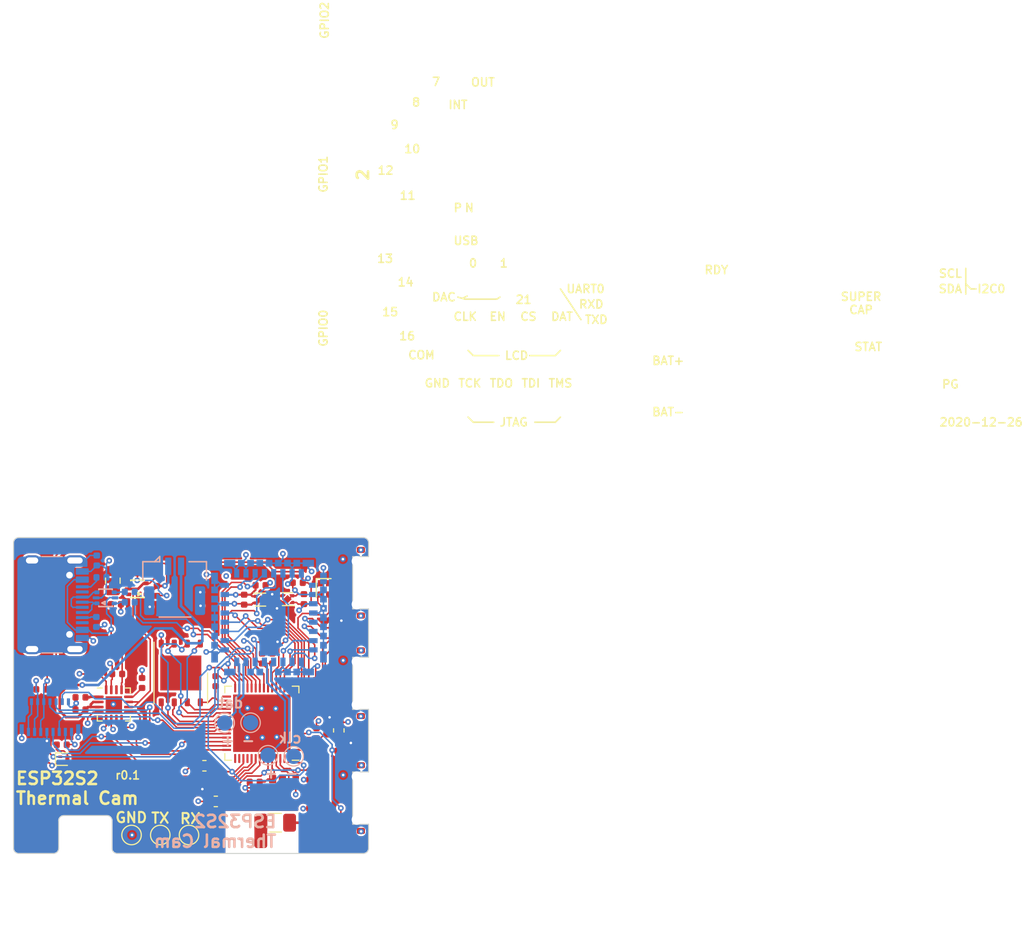
<source format=kicad_pcb>
(kicad_pcb (version 20221018) (generator pcbnew)
  (title_block (title "Sharp Memory LCD Breakout") (date "2020-12-26") (rev "r1.0"))
  (layers (0 "F.Cu" signal) (1 "In1.Cu" signal) (2 "In2.Cu" signal) (31 "B.Cu" signal) (34 "B.Paste" user) (35 "F.Paste" user) (36 "B.SilkS" user "B.Silkscreen") (37 "F.SilkS" user "F.Silkscreen") (38 "B.Mask" user) (39 "F.Mask" user) (44 "Edge.Cuts" user))
  (net 0 "")
  (net 1 "GND")
  (net 2 "Net-(AE1-Pad1)")
  (net 3 "no_connect_83")
  (net 4 "/V_SYS")
  (net 5 "VBUS")
  (net 6 "/VCC_SPI")
  (net 7 "Net-(C3-Pad2)")
  (net 8 "Net-(C4-Pad2)")
  (net 9 "Net-(C5-Pad2)")
  (net 10 "Net-(C13-Pad1)")
  (net 11 "Net-(C19-Pad1)")
  (net 12 "Net-(C10-Pad1)")
  (net 13 "/U0RXD")
  (net 14 "/CC1")
  (net 15 "/xD+")
  (net 16 "/xD-")
  (net 17 "/CC2")
  (net 18 "/SHIELD")
  (net 19 "/VDD3P3")
  (net 20 "Net-(L1-Pad1)")
  (net 21 "/USB_N")
  (net 22 "/iD-")
  (net 23 "/USB_P")
  (net 24 "/iD+")
  (net 25 "Net-(U3-Pad50)")
  (net 26 "/SPI_~{HLD}-IO3")
  (net 27 "/SPI_~{WP}-IO2")
  (net 28 "/SPI_~{CS}")
  (net 29 "/SPI_SCK")
  (net 30 "/SPI_CIPO-IO1")
  (net 31 "/SPI_COPI-IO0")
  (net 32 "+3V0")
  (net 33 "Net-(U3-Pad55)")
  (net 34 "/SBU1")
  (net 35 "/SBU2")
  (net 36 "+2V8")
  (net 37 "Net-(U3-Pad10)")
  (net 38 "/LCD_CS")
  (net 39 "Net-(U3-Pad11)")
  (net 40 "+1V2")
  (net 41 "/LEP_EN")
  (net 42 "/I2C_SDA")
  (net 43 "/I2C_SCL")
  (net 44 "/BUTTON_B")
  (net 45 "/BUTTON_C")
  (net 46 "/BUTTON_A")
  (net 47 "/MTCK")
  (net 48 "/MTDO")
  (net 49 "/MTDI")
  (net 50 "/U0TXD")
  (net 51 "/V_BAT")
  (net 52 "/LEP_GP3")
  (net 53 "/LEP_GP2")
  (net 54 "Net-(R12-Pad2)")
  (net 55 "/LEP_GP1")
  (net 56 "Net-(R13-Pad2)")
  (net 57 "Net-(R14-Pad2)")
  (net 58 "/LEP_GP0")
  (net 59 "/LEP_RST")
  (net 60 "/LEP_PWRDWN")
  (net 61 "/RAM_~{CS}")
  (net 62 "Net-(U6-Pad14)")
  (net 63 "/CHG_STAT")
  (net 64 "/CHG_PG")
  (net 65 "/LEP_MOSI")
  (net 66 "/LEP_MISO")
  (net 67 "/LEP_CLK")
  (net 68 "/LEP_CS")
  (net 69 "/LEP_D_P")
  (net 70 "/LEP_D_N")
  (net 71 "/LEP_C_P")
  (net 72 "/LEP_C_N")
  (net 73 "/LEP_MCLK")
  (net 74 "Net-(LEP1-Pad17)")
  (net 75 "/LED_A")
  (net 76 "/LCD_RST")
  (net 77 "/LCD_SCL")
  (net 78 "/LCD_WR")
  (net 79 "/LCD_SDA")
  (net 80 "/LCD_TE")
  (net 81 "/LED_K")
  (net 82 "Net-(Q1-Pad3)")
  (net 83 "/LCD_BL")
  (footprint "Resistor_SMD:R_0402_1005Metric" (layer "F.Cu") (at 158.025 80.775)
    (fp_text reference "R14" hide)
    (fp_text value "10k" hide)
  )
  (footprint "TestPoint:TestPoint_Pad_D1.5mm" (layer "F.Cu") (at 165.8 94.2 90)
    (fp_text reference "TP5" hide)
    (fp_text value "TestPoint" hide)
  )
  (footprint "TestPoint:TestPoint_Pad_D1.5mm" (layer "F.Cu") (at 168.6 94.2 90)
    (fp_text reference "TP6" hide)
    (fp_text value "TestPoint" hide)
  )
  (footprint "Resistor_SMD:R_0402_1005Metric" (layer "F.Cu") (at 159.2 78.5)
    (fp_text reference "R13" hide)
    (fp_text value "10k" hide)
  )
  (footprint "Capacitor_SMD:C_0402_1005Metric" (layer "F.Cu") (at 181.025 84.275 90)
    (fp_text reference "C15" hide)
    (fp_text value "100n" hide)
  )
  (footprint "Capacitor_SMD:C_0402_1005Metric" (layer "F.Cu") (at 173.975 71.25 -90)
    (fp_text reference "C25" hide)
    (fp_text value "1uF" hide)
  )
  (footprint "Package_SON:WSON-8-1EP_6x5mm_P1.27mm_EP3.4x4mm" (layer "F.Cu") (at 167.8 78.4 -90)
    (fp_text reference "U4" hide)
    (fp_text value "W25Q32JVZPIQ" hide)
  )
  (footprint "Capacitor_SMD:C_0402_1005Metric" (layer "F.Cu") (at 164.575 68.199999 -90)
    (fp_text reference "C6" hide)
    (fp_text value "1uF" hide)
  )
  (footprint "Capacitor_SMD:C_0402_1005Metric" (layer "F.Cu") (at 175 90.2)
    (fp_text reference "C4" hide)
    (fp_text value "18pF" hide)
  )
  (footprint "Capacitor_SMD:C_0402_1005Metric" (layer "F.Cu") (at 161.6 78.5)
    (fp_text reference "C21" hide)
    (fp_text value "4.7uF" hide)
  )
  (footprint "Package_SON:Texas_X2SON-4_1x1mm_P0.65mm" (layer "F.Cu") (at 175.575 71.25)
    (fp_text reference "U7" hide)
    (fp_text value "TLV733P" hide)
  )
  (footprint "gsd-footprints:EVQP4" (layer "F.Cu") (at 186.2 69.6 90)
    (fp_text reference "SW3" hide)
    (fp_text value "SW_Push" hide)
  )
  (footprint "Capacitor_SMD:C_0402_1005Metric" (layer "F.Cu") (at 163.575 68.199999 -90)
    (fp_text reference "C5" hide)
    (fp_text value "6.8pF" hide)
  )
  (footprint "Resistor_SMD:R_0402_1005Metric" (layer "F.Cu") (at 183.55 86)
    (fp_text reference "R8" hide)
    (fp_text value "10k" hide)
  )
  (footprint "Resistor_SMD:R_0402_1005Metric" (layer "F.Cu") (at 156.2 85.4 180)
    (fp_text reference "R11" hide)
    (fp_text value "33R" hide)
  )
  (footprint "Capacitor_SMD:C_0402_1005Metric" (layer "F.Cu") (at 154.2 80 180)
    (fp_text reference "C23" hide)
    (fp_text value "1uF" hide)
  )
  (footprint "Capacitor_SMD:C_0402_1005Metric" (layer "F.Cu") (at 179.2 69.6 180)
    (fp_text reference "C17" hide)
    (fp_text value "2.2uF" hide)
  )
  (footprint "Package_DFN_QFN:QFN-56-1EP_7x7mm_P0.4mm_EP5.6x5.6mm" (layer "F.Cu") (at 175.7 83.3 180)
    (fp_text reference "U3" hide)
    (fp_text value "ESP32-S2" hide)
  )
  (footprint "led-clock:SOT-666" (layer "F.Cu") (at 163.575 70.2 180)
    (fp_text reference "U2" hide)
    (fp_text value "TLV62569DRL" hide)
  )
  (footprint "Inductor_SMD:L_0402_1005Metric" (layer "F.Cu") (at 182 83.915 -90)
    (fp_text reference "FB2" hide)
    (fp_text value "240R" hide)
  )
  (footprint "Capacitor_SMD:C_0402_1005Metric" (layer "F.Cu") (at 175.000001 89.025001)
    (fp_text reference "C3" hide)
    (fp_text value "18pF" hide)
  )
  (footprint "gsd-footprints:EVQP4" (layer "F.Cu") (at 186.2 79.4 90)
    (fp_text reference "SW2" hide)
    (fp_text value "SW_Push" hide)
  )
  (footprint "Capacitor_SMD:C_0402_1005Metric" (layer "F.Cu") (at 179 89 -90)
    (fp_text reference "C13" hide)
    (fp_text value "100n" hide)
  )
  (footprint "Capacitor_SMD:C_0402_1005Metric" (layer "F.Cu") (at 171.2 79.2 90)
    (fp_text reference "C2" hide)
    (fp_text value "2.2uF" hide)
  )
  (footprint "led-clock:Crystal_SMD_4Pin_2.0x1.6mm" (layer "F.Cu") (at 177.2 89.4 180)
    (fp_text reference "Y1" hide)
    (fp_text value "40MHz" hide)
  )
  (footprint "Resistor_SMD:R_0402_1005Metric" (layer "F.Cu") (at 183 75)
    (fp_text reference "R16" hide)
    (fp_text value "10k" hide)
  )
  (footprint "gsd-footprints:EVQP4" (layer "F.Cu") (at 186.2 90.6 90)
    (fp_text reference "SW1" hide)
    (fp_text value "SW_Push" hide)
  )
  (footprint "Capacitor_SMD:C_0402_1005Metric" (layer "F.Cu") (at 175.725 76.99 90)
    (fp_text reference "C9" hide)
    (fp_text value "100n" hide)
  )
  (footprint "Capacitor_SMD:C_0402_1005Metric" (layer "F.Cu") (at 161.475 71.699999)
    (fp_text reference "C7" hide)
    (fp_text value "2.2uF" hide)
  )
  (footprint "Package_TO_SOT_SMD:SOT-883" (layer "F.Cu") (at 156.4 86.8)
    (fp_text reference "Q1" hide)
    (fp_text value "Q_NMOS_GSD" hide)
  )
  (footprint "Package_SON:Texas_X2SON-4_1x1mm_P0.65mm" (layer "F.Cu") (at 178.2 71.2 180)
    (fp_text reference "U8" hide)
    (fp_text value "TLV733P" hide)
  )
  (footprint "Capacitor_SMD:C_0402_1005Metric" (layer "F.Cu") (at 158.025 81.975)
    (fp_text reference "C22" hide)
    (fp_text value "4.7uF" hide)
  )
  (footprint "Capacitor_SMD:C_0402_1005Metric" (layer "F.Cu") (at 175.575 69.85)
    (fp_text reference "C24" hide)
    (fp_text value "2.2uF" hide)
  )
  (footprint "Resistor_SMD:R_0402_1005Metric" (layer "F.Cu") (at 183 74)
    (fp_text reference "R15" hide)
    (fp_text value "10k" hide)
  )
  (footprint "Capacitor_SMD:C_0402_1005Metric" (layer "F.Cu") (at 180.8 91.6 180)
    (fp_text reference "C11" hide)
    (fp_text value "TBD" hide)
  )
  (footprint "Resistor_SMD:R_0402_1005Metric" (layer "F.Cu") (at 154.35 86.675 -90)
    (fp_text reference "R18" hide)
    (fp_text value "10k" hide)
  )
  (footprint "Capacitor_SMD:C_0603_1608Metric" (layer "F.Cu") (at 171.2125 90.925 180)
    (fp_text reference "C8" hide)
    (fp_text value "10u" hide)
  )
  (footprint "Resistor_SMD:R_0402_1005Metric" (layer "F.Cu") (at 164.025 79.375 -90)
    (fp_text reference "R12" hide)
    (fp_text value "10k" hide)
  )
  (footprint "Inductor_SMD:L_0402_1005Metric" (layer "F.Cu") (at 181.3 90.2 -90)
    (fp_text reference "L2" hide)
    (fp_text value "TBD" hide)
  )
  (footprint "Resistor_SMD:R_0402_1005Metric" (layer "F.Cu") (at 180.95 79.575 -90)
    (fp_text reference "R17" hide)
    (fp_text value "10k" hide)
  )
  (footprint "Capacitor_SMD:C_0603_1608Metric" (layer "F.Cu") (at 170.1 87.45 180)
    (fp_text reference "C19" hide)
    (fp_text value "10u" hide)
  )
  (footprint "Capacitor_SMD:C_0603_1608Metric" (layer "F.Cu") (at 183.2 84 90)
    (fp_text reference "C14" hide)
    (fp_text value "10u" hide)
  )
  (footprint "Capacitor_SMD:C_0402_1005Metric" (layer "F.Cu") (at 180.8 88.8 180)
    (fp_text reference "C10" hide)
    (fp_text value "TBD" hide)
  )
  (footprint "Resistor_SMD:R_0402_1005Metric" (layer "F.Cu") (at 162.575001 68.199999 90)
    (fp_text reference "R6" hide)
    (fp_text value "210k" hide)
  )
  (footprint "Capacitor_SMD:C_0402_1005Metric" (layer "F.Cu") (at 165.575 68.199999 90)
    (fp_text reference "C1" hide)
    (fp_text value "4.7uF" hide)
  )
  (footprint "Oscillator:Oscillator_SMD_Abracon_ASCO-4Pin_1.6x1.2mm" (layer "F.Cu") (at 181.8 70.2)
    (fp_text reference "X1" hide)
    (fp_text value "ASCO" hide)
  )
  (footprint "Capacitor_SMD:C_0402_1005Metric" (layer "F.Cu") (at 179.8 71.2 90)
    (fp_text reference "C18" hide)
    (fp_text value "2.2uF" hide)
  )
  (footprint "Capacitor_SMD:C_0402_1005Metric" (layer "F.Cu") (at 176.225 75.39 180)
    (fp_text reference "C12" hide)
    (fp_text value "100n" hide)
  )
  (footprint "Package_DFN_QFN:VQFN-16-1EP_3x3mm_P0.5mm_EP1.6x1.6mm" (layer "F.Cu") (at 161.275 81.475)
    (fp_text reference "U6" hide)
    (fp_text value "BQ24072RGT" hide)
  )
  (footprint "TestPoint:TestPoint_Pad_D1.5mm" (layer "F.Cu") (at 163 94.2 90)
    (fp_text reference "TP7" hide)
    (fp_text value "TestPoint" hide)
  )
  (footprint "Inductor_SMD:L_0402_1005Metric" (layer "F.Cu") (at 171.2 89.725)
    (fp_text reference "FB3" hide)
    (fp_text value "240R" hide)
  )
  (footprint "gsd-footprints:Ant_3216" (layer "F.Cu") (at 177 93 180)
    (fp_text reference "AE1" hide)
    (fp_text value "Antenna" hide)
  )
  (footprint "Inductor_SMD:L_0402_1005Metric" (layer "F.Cu") (at 176.725 76.99 -90)
    (fp_text reference "FB1" hide)
    (fp_text value "240R" hide)
  )
  (footprint "Resistor_SMD:R_0402_1005Metric" (layer "F.Cu") (at 165.475 70.399999 -90)
    (fp_text reference "R7" hide)
    (fp_text value "47k" hide)
  )
  (footprint "Inductor_SMD:L_0805_2012Metric" (layer "F.Cu") (at 161.175 69.399999 90)
    (fp_text reference "L1" hide)
    (fp_text value "2.2uH" hide)
  )
  (footprint "gsd-footprints:FH26W-15S-0.3SHW(60)" (layer "B.Cu") (at 155.05 82.95 180)
    (fp_text reference "J2" hide)
    (fp_text value "Conn_01x15_MountingPin" hide)
  )
  (footprint "Resistor_SMD:R_0402_1005Metric" (layer "B.Cu") (at 160.066 69.08 180)
    (fp_text reference "R3" hide)
    (fp_text value "5k1" hide)
  )
  (footprint "Resistor_SMD:R_0402_1005Metric" (layer "B.Cu") (at 162.825997 70.5025 180)
    (fp_text reference "R5" hide)
    (fp_text value "22R" hide)
  )
  (footprint "Resistor_SMD:R_0402_1005Metric" (layer "B.Cu") (at 162.825998 71.5025 180)
    (fp_text reference "R4" hide)
    (fp_text value "22R" hide)
  )
  (footprint "gsd-footprints:BM02B-GHS-TBT" (layer "B.Cu") (at 167.2 68 180)
    (fp_text reference "J4" hide)
    (fp_text value "JST" hide)
  )
  (footprint "pkl_connectors:USB_C_Receptacle_HRO_TYPE-C-31-M-12" (layer "B.Cu") (at 154.355 71.75 90)
    (fp_text reference "J1" hide)
    (fp_text value "USB_C" hide)
  )
  (footprint "TestPoint:TestPoint_Pad_D1.5mm" (layer "B.Cu") (at 176.3 86.425 180)
    (fp_text reference "TP36" hide)
    (fp_text value "TestPoint" hide)
  )
  (footprint "Resistor_SMD:R_0402_1005Metric" (layer "B.Cu") (at 159.61 67.432 90)
    (fp_text reference "R1" hide)
    (fp_text value "1M" hide)
  )
  (footprint "led-clock:SOT-666" (layer "B.Cu") (at 160.466 71.075001)
    (fp_text reference "U1" hide)
    (fp_text value "USBLC6-2" hide)
  )
  (footprint "TestPoint:TestPoint_Pad_D1.5mm" (layer "B.Cu") (at 172.075 83.275 180)
    (fp_text reference "TP38" hide)
    (fp_text value "TestPoint" hide)
  )
  (footprint "TestPoint:TestPoint_Pad_D1.5mm" (layer "B.Cu") (at 178.8 86.525 180)
    (fp_text reference "TP35" hide)
    (fp_text value "TestPoint" hide)
  )
  (footprint "TestPoint:TestPoint_Pad_D1.5mm" (layer "B.Cu") (at 174.6 83.25 180)
    (fp_text reference "TP37" hide)
    (fp_text value "TestPoint" hide)
  )
  (footprint "gsd-footprints:1050281001" (layer "B.Cu") (at 176.4 73)
    (fp_text reference "LEP1" hide)
    (fp_text value "LEPTON" hide)
  )
  (footprint "Resistor_SMD:R_0402_1005Metric" (layer "B.Cu") (at 159.566 73.425 90)
    (fp_text reference "R2" hide)
    (fp_text value "5k1" hide)
  )
  (gr_line (start 195.3 41.85) (end 195.7 41.65) (stroke (width 0.15)) (layer "F.SilkS"))
  (gr_line (start 196.3 53.95) (end 195.8 53.45) (stroke (width 0.15)) (layer "F.SilkS"))
  (gr_line (start 204.8 40.95) (end 206.8 43.95) (stroke (width 0.15)) (layer "F.SilkS"))
  (gr_line (start 204.3 53.95) (end 204.8 53.45) (stroke (width 0.15)) (layer "F.SilkS"))
  (gr_line (start 198.3 53.95) (end 196.3 53.95) (stroke (width 0.15)) (layer "F.SilkS"))
  (gr_line (start 196.3 47.45) (end 195.8 46.95) (stroke (width 0.15)) (layer "F.SilkS"))
  (gr_line (start 244.3 40.45) (end 244.3 38.95) (stroke (width 0.15)) (layer "F.SilkS"))
  (gr_line (start 198.8 47.45) (end 196.3 47.45) (stroke (width 0.15)) (layer "F.SilkS"))
  (gr_line (start 204.3 47.45) (end 204.8 46.95) (stroke (width 0.15)) (layer "F.SilkS"))
  (gr_line (start 245.3 40.95) (end 244.8 40.95) (stroke (width 0.15)) (layer "F.SilkS"))
  (gr_line (start 202.3 53.95) (end 204.3 53.95) (stroke (width 0.15)) (layer "F.SilkS"))
  (gr_line (start 201.8 47.45) (end 204.3 47.45) (stroke (width 0.15)) (layer "F.SilkS"))
  (gr_line (start 194.8 41.75) (end 195.5 41.95) (stroke (width 0.15)) (layer "F.SilkS"))
  (gr_line (start 244.3 40.45) (end 244.3 41.45) (stroke (width 0.15)) (layer "F.SilkS"))
  (gr_line (start 195.5 41.95) (end 198.6 41.95) (stroke (width 0.15)) (layer "F.SilkS"))
  (gr_line (start 198.6 41.95) (end 198.9 41.75) (stroke (width 0.15)) (layer "F.SilkS"))
  (gr_line (start 244.8 40.95) (end 244.3 40.45) (stroke (width 0.15)) (layer "F.SilkS"))
  (gr_line (start 186.1 93.15) (end 184.55 93.15) (stroke (width 0.1)) (layer "Edge.Cuts"))
  (gr_line (start 186.100001 95.5) (end 186.1 93.15) (stroke (width 0.1)) (layer "Edge.Cuts"))
  (gr_line (start 186.100001 72.15) (end 184.55 72.15) (stroke (width 0.1)) (layer "Edge.Cuts"))
  (gr_line (start 184.55 76.875) (end 186.100001 76.875) (stroke (width 0.1)) (layer "Edge.Cuts"))
  (gr_line (start 184.55 67.05) (end 186.1 67.050001) (stroke (width 0.1)) (layer "Edge.Cuts"))
  (gr_line (start 161.1 95.5) (end 161.099999 92.8) (stroke (width 0.1)) (layer "Edge.Cuts"))
  (gr_line (start 186.1 67.050001) (end 186.099999 65.7) (stroke (width 0.1)) (layer "Edge.Cuts"))
  (gr_line (start 184.55 88.05) (end 186.100001 88.05) (stroke (width 0.1)) (layer "Edge.Cuts"))
  (gr_line (start 186.100001 76.875) (end 186.100001 72.15) (stroke (width 0.1)) (layer "Edge.Cuts"))
  (gr_line (start 155.900001 95.500001) (end 155.9 92.8) (stroke (width 0.1)) (layer "Edge.Cuts"))
  (gr_arc (start 185.599999 65.2) (mid 185.953552 65.346447) (end 186.099999 65.7) (stroke (width 0.1)) (layer "Edge.Cuts"))
  (gr_arc (start 152.000001 96.000001) (mid 151.646448 95.853554) (end 151.500001 95.500001) (stroke (width 0.1)) (layer "Edge.Cuts"))
  (gr_line (start 186.100001 81.95) (end 184.55 81.95) (stroke (width 0.1)) (layer "Edge.Cuts"))
  (gr_arc (start 155.900001 95.500001) (mid 155.753554 95.853554) (end 155.4 96) (stroke (width 0.1)) (layer "Edge.Cuts"))
  (gr_line (start 184.55 72.15) (end 184.55 67.05) (stroke (width 0.1)) (layer "Edge.Cuts"))
  (gr_line (start 184.55 81.95) (end 184.55 76.875) (stroke (width 0.1)) (layer "Edge.Cuts"))
  (gr_line (start 151.5 65.699999) (end 151.500001 95.500001) (stroke (width 0.1)) (layer "Edge.Cuts"))
  (gr_line (start 184.55 93.15) (end 184.55 88.05) (stroke (width 0.1)) (layer "Edge.Cuts"))
  (gr_line (start 186.100001 88.05) (end 186.100001 81.95) (stroke (width 0.1)) (layer "Edge.Cuts"))
  (gr_arc (start 155.9 92.8) (mid 156.046447 92.446447) (end 156.400001 92.300001) (stroke (width 0.1)) (layer "Edge.Cuts"))
  (gr_line (start 161.599999 96) (end 185.6 96) (stroke (width 0.1)) (layer "Edge.Cuts"))
  (gr_line (start 185.599999 65.2) (end 152 65.2) (stroke (width 0.1)) (layer "Edge.Cuts"))
  (gr_line (start 152.000001 96.000001) (end 155.4 96) (stroke (width 0.1)) (layer "Edge.Cuts"))
  (gr_arc (start 161.6 96) (mid 161.246447 95.853553) (end 161.1 95.5) (stroke (width 0.1)) (layer "Edge.Cuts"))
  (gr_arc (start 186.100001 95.500001) (mid 185.953553 95.853553) (end 185.6 96) (stroke (width 0.1)) (layer "Edge.Cuts"))
  (gr_line (start 156.400001 92.300001) (end 160.6 92.3) (stroke (width 0.1)) (layer "Edge.Cuts"))
  (gr_arc (start 151.500001 65.699999) (mid 151.646447 65.346446) (end 152 65.2) (stroke (width 0.1)) (layer "Edge.Cuts"))
  (gr_arc (start 160.599999 92.3) (mid 160.953552 92.446447) (end 161.099999 92.8) (stroke (width 0.1)) (layer "Edge.Cuts"))
  (gr_text "clk" (at 178.45 84.75) (layer "B.SilkS") (effects (font (size 1 1) (thickness 0.2)) (justify mirror)))
  (gr_text "+ -" (at 177.600001 88.315 180) (layer "B.SilkS") (effects (font (size 1 1) (thickness 0.2)) (justify mirror)))
  (gr_text "+ -" (at 173.375 85.125 180) (layer "B.SilkS") (effects (font (size 1 1) (thickness 0.2)) (justify mirror)))
  (gr_text "dat" (at 172.675 81.325) (layer "B.SilkS") (effects (font (size 1 1) (thickness 0.2)) (justify mirror)))
  (gr_text "ESP32S2\nThermal Cam" (at 177.25 93.85) (layer "B.SilkS") (effects (font (size 1.2 1.2) (thickness 0.25)) (justify left mirror)))
  (gr_text "USB" (at 194.3 36.25) (layer "F.SilkS") (effects (font (size 0.8 0.8)) (justify left)))
  (gr_text "INT" (at 193.8 23) (layer "F.SilkS") (effects (font (size 0.8 0.8)) (justify left)))
  (gr_text "2020-12-26" (at 245.8 53.95) (layer "F.SilkS") (effects (font (size 0.8 0.8))))
  (gr_text "CLK" (at 194.3 43.65) (layer "F.SilkS") (effects (font (size 0.8 0.8)) (justify left)))
  (gr_text "DAC" (at 192.2 41.75) (layer "F.SilkS") (effects (font (size 0.8 0.8)) (justify left)))
  (gr_text "BAT+" (at 215.3 47.95) (layer "F.SilkS") (effects (font (size 0.8 0.8))))
  (gr_text "LCD" (at 199.3 47.45) (layer "F.SilkS") (effects (font (size 0.8 0.8)) (justify left)))
  (gr_text "SCL" (at 242.8 39.45) (layer "F.SilkS") (effects (font (size 0.8 0.8))))
  (gr_text "9" (at 188.15 24.95) (layer "F.SilkS") (effects (font (size 0.8 0.8)) (justify left)))
  (gr_text "TX" (at 165.8 92.55) (layer "F.SilkS") (effects (font (size 1 1) (thickness 0.2))))
  (gr_text "16" (at 189 45.55) (layer "F.SilkS") (effects (font (size 0.8 0.8)) (justify left)))
  (gr_text "TXD" (at 208.3 43.95) (layer "F.SilkS") (effects (font (size 0.8 0.8))))
  (gr_text "PG" (at 242.8 50.25) (layer "F.SilkS") (effects (font (size 0.8 0.8))))
  (gr_text "TDO" (at 199.047619 50.15) (layer "F.SilkS") (effects (font (size 0.8 0.8))))
  (gr_text "GPIO0" (at 181.695 46.669048 90) (layer "F.SilkS") (effects (font (size 0.8 0.8)) (justify left)))
  (gr_text "TCK" (at 195.971429 50.15) (layer "F.SilkS") (effects (font (size 0.8 0.8))))
  (gr_text "BAT-" (at 215.3 52.95) (layer "F.SilkS") (effects (font (size 0.8 0.8))))
  (gr_text "15" (at 187.35 43.2) (layer "F.SilkS") (effects (font (size 0.8 0.8)) (justify left)))
  (gr_text "CS" (at 200.8 43.65) (layer "F.SilkS") (effects (font (size 0.8 0.8)) (justify left)))
  (gr_text "2" (at 185.55 30.5 90) (layer "F.SilkS") (effects (font (size 1.1 1.1) (thickness 0.25)) (justify left)))
  (gr_text "0" (at 195.8 38.45) (layer "F.SilkS") (effects (font (size 0.8 0.8)) (justify left)))
  (gr_text "P" (at 194.3 33.05) (layer "F.SilkS") (effects (font (size 0.8 0.8)) (justify left)))
  (gr_text "SDA" (at 242.8 40.95) (layer "F.SilkS") (effects (font (size 0.8 0.8))))
  (gr_text "OUT" (at 196 20.8) (layer "F.SilkS") (effects (font (size 0.8 0.8)) (justify left)))
  (gr_text "STAT" (at 234.8 46.6) (layer "F.SilkS") (effects (font (size 0.8 0.8))))
  (gr_text "TMS" (at 204.8 50.15) (layer "F.SilkS") (effects (font (size 0.8 0.8))))
  (gr_text "ESP32S2\nThermal Cam" (at 151.6 89.65) (layer "F.SilkS") (effects (font (size 1.2 1.2) (thickness 0.25)) (justify left)))
  (gr_text "14" (at 188.85 40.3) (layer "F.SilkS") (effects (font (size 0.8 0.8)) (justify left)))
  (gr_text "N" (at 195.4 33.05) (layer "F.SilkS") (effects (font (size 0.8 0.8)) (justify left)))
  (gr_text "11" (at 189.05 31.85) (layer "F.SilkS") (effects (font (size 0.8 0.8)) (justify left)))
  (gr_text "DAT" (at 203.8 43.65) (layer "F.SilkS") (effects (font (size 0.8 0.8)) (justify left)))
  (gr_text "12" (at 186.9 29.4) (layer "F.SilkS") (effects (font (size 0.8 0.8)) (justify left)))
  (gr_text "10" (at 189.5 27.3) (layer "F.SilkS") (effects (font (size 0.8 0.8)) (justify left)))
  (gr_text "GPIO2" (at 181.8145 16.65 90) (layer "F.SilkS") (effects (font (size 0.8 0.8)) (justify left)))
  (gr_text "RX" (at 168.725 92.6) (layer "F.SilkS") (effects (font (size 1 1) (thickness 0.2))))
  (gr_text "7" (at 192.2 20.75) (layer "F.SilkS") (effects (font (size 0.8 0.8)) (justify left)))
  (gr_text "JTAG" (at 198.8 53.95) (layer "F.SilkS") (effects (font (size 0.8 0.8)) (justify left)))
  (gr_text "COM" (at 191.25 47.4) (layer "F.SilkS") (effects (font (size 0.8 0.8))))
  (gr_text "RXD" (at 207.8 42.45) (layer "F.SilkS") (effects (font (size 0.8 0.8))))
  (gr_text "8" (at 190.25 22.75) (layer "F.SilkS") (effects (font (size 0.8 0.8)) (justify left)))
  (gr_text "GND" (at 192.8 50.15) (layer "F.SilkS") (effects (font (size 0.8 0.8))))
  (gr_text "13" (at 186.85 38) (layer "F.SilkS") (effects (font (size 0.8 0.8)) (justify left)))
  (gr_text "GND" (at 162.975 92.5) (layer "F.SilkS") (effects (font (size 1 1) (thickness 0.2))))
  (gr_text "SUPER\nCAP" (at 234.1 42.35) (layer "F.SilkS") (effects (font (size 0.8 0.8))))
  (gr_text "EN" (at 197.8 43.65) (layer "F.SilkS") (effects (font (size 0.8 0.8)) (justify left)))
  (gr_text "TDI" (at 201.914286 50.15) (layer "F.SilkS") (effects (font (size 0.8 0.8))))
  (gr_text "UART0\n" (at 205.3 40.95) (layer "F.SilkS") (effects (font (size 0.8 0.8)) (justify left)))
  (gr_text "r0.1" (at 162.625 88.375) (layer "F.SilkS") (effects (font (size 0.8 0.8))))
  (gr_text "RDY" (at 220 39.1) (layer "F.SilkS") (effects (font (size 0.8 0.8))))
  (gr_text "21" (at 200.35 42) (layer "F.SilkS") (effects (font (size 0.8 0.8)) (justify left)))
  (gr_text "GPIO1" (at 181.695 31.65 90) (layer "F.SilkS") (effects (font (size 0.8 0.8)) (justify left)))
  (gr_text "I2C0" (at 246.8 40.95) (layer "F.SilkS") (effects (font (size 0.8 0.8))))
  (gr_text "1" (at 198.8 38.45) (layer "F.SilkS") (effects (font (size 0.8 0.8)) (justify left)))
  (segment (start 161.025 82.9125) (end 161.025 83.725) (width 0.15) (layer "F.Cu") (net 1))
  (segment (start 178.63 70.875) (end 179.025 70.875) (width 0.15) (layer "F.Cu") (net 1))
  (segment (start 183.2 83.2125) (end 184.0625 83.2125) (width 0.15) (layer "F.Cu") (net 1))
  (segment (start 159.05 82.45) (end 158.725 82.775) (width 0.15) (layer "F.Cu") (net 1))
  (segment (start 164.605 68.684999) (end 165.575 67.714999) (width 0.15) (layer "F.Cu") (net 1))
  (segment (start 174.515 90.2) (end 174.515 90.04) (width 0.15) (layer "F.Cu") (net 1))
  (segment (start 165.189999 70.2) (end 165.475 69.914999) (width 0.25) (layer "F.Cu") (net 1))
  (segment (start 162.025 82.9125) (end 162.025 83.5) (width 0.15) (layer "F.Cu") (net 1))
  (segment (start 175.74 75.39) (end 175.162173 75.39) (width 0.15) (layer "F.Cu") (net 1))
  (segment (start 159.275 82.225) (end 159.05 82.45) (width 0.15) (layer "F.Cu") (net 1))
  (segment (start 156.05 87.025) (end 155.85 87.025) (width 0.15) (layer "F.Cu") (net 1))
  (segment (start 162.025 83.5) (end 162.225 83.7) (width 0.15) (layer "F.Cu") (net 1))
  (segment (start 175.725 76.505) (end 175.725 75.405) (width 0.15) (layer "F.Cu") (net 1))
  (segment (start 157.54 81.285575) (end 157.604425 81.35) (width 0.25) (layer "F.Cu") (net 1))
  (segment (start 158.725 82.775) (end 158.725 83.3) (width 0.15) (layer "F.Cu") (net 1))
  (segment (start 162.225 83.7) (end 162.7 83.7) (width 0.15) (layer "F.Cu") (net 1))
  (segment (start 175.725 75.405) (end 175.74 75.39) (width 0.15) (layer "F.Cu") (net 1))
  (segment (start 165.575 67.714999) (end 166.239999 67.714999) (width 0.15) (layer "F.Cu") (net 1))
  (segment (start 181.025 83.79) (end 181.025 83.275) (width 0.15) (layer "F.Cu") (net 1))
  (segment (start 174.66 71.735) (end 173.975 71.735) (width 0.2) (layer "F.Cu") (net 1))
  (segment (start 165.895 74.705) (end 165.9 74.7) (width 0.15) (layer "F.Cu") (net 1))
  (segment (start 166.425 68.825) (end 166.425 69.725) (width 0.15) (layer "F.Cu") (net 1))
  (segment (start 181.15 71.3) (end 181.15 71.545) (width 0.15) (layer "F.Cu") (net 1))
  (segment (start 166.425 69.725) (end 166.25 69.9) (width 0.15) (layer "F.Cu") (net 1))
  (segment (start 178.715 69.6) (end 178.35 69.6) (width 0.15) (layer "F.Cu") (net 1))
  (segment (start 174.515001 89.025001) (end 174.515001 89.159999) (width 0.15) (layer "F.Cu") (net 1))
  (segment (start 161.25 81.475) (end 161.225 81.45) (width 0.15) (layer "F.Cu") (net 1))
  (segment (start 166.325 67.8) (end 166.425 67.9) (width 0.15) (layer "F.Cu") (net 1))
  (segment (start 175.825 89.6) (end 176 89.775) (width 0.15) (layer "F.Cu") (net 1))
  (segment (start 160.525 83.575) (end 160.275 83.825) (width 0.15) (layer "F.Cu") (net 1))
  (segment (start 155.85 87.025) (end 155.6 87.275) (width 0.15) (layer "F.Cu") (net 1))
  (segment (start 180.95 79.09) (end 180.95 77.9) (width 0.15) (layer "F.Cu") (net 1))
  (segment (start 161.025 80.0375) (end 161.025 79.105) (width 0.15) (layer "F.Cu") (net 1))
  (segment (start 164.025 78.89) (end 164.025 78.125) (width 0.15) (layer "F.Cu") (net 1))
  (segment (start 155.45 87.425) (end 155.25 87.425) (width 0.15) (layer "F.Cu") (net 1))
  (segment (start 161.96 71.699999) (end 161.96 72.415) (width 0.25) (layer "F.Cu") (net 1))
  (segment (start 180.315 91.6) (end 179.75 91.6) (width 0.15) (layer "F.Cu") (net 1))
  (segment (start 178.2 71.2) (end 178.305 71.2) (width 0.15) (layer "F.Cu") (net 1))
  (segment (start 168.275 88.025) (end 168.25 88) (width 0.15) (layer "F.Cu") (net 1))
  (segment (start 154.35 87.16) (end 154.985 87.16) (width 0.15) (layer "F.Cu") (net 1))
  (segment (start 163 94.2) (end 163.05 94.2) (width 0.15) (layer "F.Cu") (net 1))
  (segment (start 178.305 71.2) (end 178.63 70.875) (width 0.15) (layer "F.Cu") (net 1))
  (segment (start 175.25 71.575) (end 175.575 71.25) (width 0.2) (layer "F.Cu") (net 1))
  (segment (start 173.89 71.65) (end 173.975 71.735) (width 0.15) (layer "F.Cu") (net 1))
  (segment (start 169.525 90.925) (end 169.5 90.9) (width 0.15) (layer "F.Cu") (net 1))
  (segment (start 169.3125 87.45) (end 168.8 87.45) (width 0.15) (layer "F.Cu") (net 1))
  (segment (start 179.185 70.715) (end 179.8 70.715) (width 0.15) (layer "F.Cu") (net 1))
  (segment (start 174.85 71.575) (end 174.675 71.75) (width 0.2) (layer "F.Cu") (net 1))
  (segment (start 180.315 88.8) (end 179.775 88.8) (width 0.15) (layer "F.Cu") (net 1))
  (segment (start 157.54 80.775) (end 157.54 81.285575) (width 0.25) (layer "F.Cu") (net 1))
  (segment (start 166.425 67.9) (end 166.425 68.825) (width 0.15) (layer "F.Cu") (net 1))
  (segment (start 158.715 78.5) (end 157.95 78.5) (width 0.15) (layer "F.Cu") (net 1))
  (segment (start 181.15 71) (end 181.15 71.3) (width 0.15) (layer "F.Cu") (net 1))
  (segment (start 161.275 81.475) (end 161.25 81.475) (width 0.15) (layer "F.Cu") (net 1))
  (segment (start 174.515001 89.159999) (end 174.075 89.6) (width 0.15) (layer "F.Cu") (net 1))
  (segment (start 164.575 68.684999) (end 164.605 68.684999) (width 0.15) (layer "F.Cu") (net 1))
  (segment (start 166.239999 67.714999) (end 166.325 67.8) (width 0.15) (layer "F.Cu") (net 1))
  (segment (start 165.895 75.5375) (end 165.895 74.705) (width 0.15) (layer "F.Cu") (net 1))
  (segment (start 157.95 78.5) (end 157.925 78.475) (width 0.15) (layer "F.Cu") (net 1))
  (segment (start 153.715 79.165) (end 153.7 79.15) (width 0.15) (layer "F.Cu") (net 1))
  (segment (start 165.925 76.2) (end 165.925 75.5675) (width 0.15) (layer "F.Cu") (net 1))
  (segment (start 179.185 70.715) (end 179.185 70.585) (width 0.15) (layer "F.Cu") (net 1))
  (segment (start 183.625 88.325) (end 183.625 88.35) (width 0.15) (layer "F.Cu") (net 1))
  (segment (start 174.75 89.6) (end 174.075 89.6) (width 0.15) (layer "F.Cu") (net 1))
  (segment (start 179.175 70.725) (end 179.185 70.715) (width 0.15) (layer "F.Cu") (net 1))
  (segment (start 161.025 83.725) (end 161.2 83.9) (width 0.15) (layer "F.Cu") (net 1))
  (segment (start 179.025 70.875) (end 179.175 70.725) (width 0.15) (layer "F.Cu") (net 1))
  (segment (start 165.475 69.914999) (end 166.235001 69.914999) (width 0.25) (layer "F.Cu") (net 1))
  (segment (start 173.025 71.65) (end 173.89 71.65) (width 0.15) (layer "F.Cu") (net 1))
  (segment (start 162.7 83.7) (end 162.925 83.7) (width 0.15) (layer "F.Cu") (net 1))
  (segment (start 164.5 70.2) (end 165.189999 70.2) (width 0.25) (layer "F.Cu") (net 1))
  (segment (start 155.6 87.275) (end 155.45 87.425) (width 0.15) (layer "F.Cu") (net 1))
  (segment (start 179.75 91.6) (end 179.725 91.625) (width 0.15) (layer "F.Cu") (net 1))
  (segment (start 179.185 70.585) (end 178.925 70.325) (width 0.15) (layer "F.Cu") (net 1))
  (segment (start 159.8375 82.225) (end 159.275 82.225) (width 0.15) (layer "F.Cu") (net 1))
  (segment (start 174.515 90.04) (end 174.075 89.6) (width 0.15) (layer "F.Cu") (net 1))
  (segment (start 170.425 90.925) (end 169.525 90.925) (width 0.15) (layer "F.Cu") (net 1))
  (segment (start 177.7 88.75) (end 177.7 89.05) (width 0.15) (layer "F.Cu") (net 1))
  (segment (start 174.675 71.75) (end 174.66 71.735) (width 0.2) (layer "F.Cu") (net 1))
  (segment (start 177.7 89.05) (end 176.7 90.05) (width 0.15) (layer "F.Cu") (net 1))
  (segment (start 171.2 78.715) (end 171.565 78.715) (width 0.15) (layer "F.Cu") (net 1))
  (segment (start 181.15 71.545) (end 181.705 72.1) (width 0.15) (layer "F.Cu") (net 1))
  (segment (start 175.145 71.575) (end 174.85 71.575) (width 0.2) (layer "F.Cu") (net 1))
  (segment (start 175.162173 75.39) (end 174.911089 75.138916) (width 0.15) (layer "F.Cu") (net 1))
  (segment (start 166.235001 69.914999) (end 166.25 69.9) (width 0.25) (layer "F.Cu") (net 1))
  (segment (start 176.25 69.85) (end 176.5 69.6) (width 0.2) (layer "F.Cu") (net 1))
  (segment (start 178.715 70.115) (end 178.925 70.325) (width 0.15) (layer "F.Cu") (net 1))
  (segment (start 153.715 80) (end 153.715 79.165) (width 0.15) (layer "F.Cu") (net 1))
  (segment (start 181.4 70.75) (end 181.15 71) (width 0.15) (layer "F.Cu") (net 1))
  (segment (start 181.025 83.275) (end 181.225 83.075) (width 0.15) (layer "F.Cu") (net 1))
  (segment (start 178.715 69.6) (end 178.715 70.115) (width 0.15) (layer "F.Cu") (net 1))
  (segment (start 160.525 82.9125) (end 160.525 83.575) (width 0.15) (layer "F.Cu") (net 1))
  (segment (start 180.95 77.9) (end 181.125 77.725) (width 0.15) (layer "F.Cu") (net 1))
  (segment (start 161.115 78.5) (end 161.115 77.69) (width 0.15) (layer "F.Cu") (net 1))
  (segment (start 162.925 83.7) (end 163.025 83.6) (width 0.15) (layer "F.Cu") (net 1))
  (segment (start 161.025 79.105) (end 161.115 79.015) (width 0.15) (layer "F.Cu") (net 1))
  (segment (start 161.115 78.5) (end 161.115 79.015) (width 0.15) (layer "F.Cu") (net 1))
  (segment (start 157.54 81.414425) (end 157.604425 81.35) (width 0.25) (layer "F.Cu") (net 1))
  (segment (start 179 89.485) (end 179 90.25) (width 0.15) (layer "F.Cu") (net 1))
  (segment (start 165.925 75.5675) (end 165.895 75.5375) (width 0.15) (layer "F.Cu") (net 1))
  (segment (start 168.8 87.45) (end 168.25 88) (width 0.15) (layer "F.Cu") (net 1))
  (segment (start 154.985 87.16) (end 155.25 87.425) (width 0.15) (layer "F.Cu") (net 1))
  (segment (start 171.565 78.715) (end 172 79.15) (width 0.15) (layer "F.Cu") (net 1))
  (segment (start 184.0625 83.2125) (end 184.1 83.175) (width 0.15) (layer "F.Cu") (net 1))
  (segment (start 165.925 76.525) (end 165.925 76.2) (width 0.15) (layer "F.Cu") (net 1))
  (segment (start 176.7 90.05) (end 176.275 90.05) (width 0.15) (layer "F.Cu") (net 1))
  (segment (start 167.8 78.4) (end 165.925 76.525) (width 0.15) (layer "F.Cu") (net 1))
  (segment (start 161.115 77.69) (end 160.9 77.475) (width 0.15) (layer "F.Cu") (net 1))
  (segment (start 157.54 81.975) (end 157.54 81.414425) (width 0.25) (layer "F.Cu") (net 1))
  (segment (start 178.35 69.6) (end 178.225 69.725) (width 0.15) (layer "F.Cu") (net 1))
  (segment (start 175.145 71.575) (end 175.25 71.575) (width 0.2) (layer "F.Cu") (net 1))
  (segment (start 176.06 69.85) (end 176.25 69.85) (width 0.2) (layer "F.Cu") (net 1))
  (segment (start 174.75 89.6) (end 175.825 89.6) (width 0.15) (layer "F.Cu") (net 1))
  (segment (start 161.96 72.415) (end 161.95 72.425) (width 0.25) (layer "F.Cu") (net 1))
  (segment (start 176.275 90.05) (end 176 89.775) (width 0.15) (layer "F.Cu") (net 1))
  (via (at 172.225 68.95) (size 0.55) (drill 0.25) (layers "F.Cu" "B.Cu") (net 1))
  (via (at 183.625 88.35) (size 0.55) (drill 0.25) (layers "F.Cu" "B.Cu") (net 1))
  (via (at 183.6 67.3) (size 0.55) (drill 0.25) (layers "F.Cu" "B.Cu") (net 1))
  (via (at 185.35 72.825) (size 0.55) (drill 0.25) (layers "F.Cu" "B.Cu") (net 1))
  (via (at 175.75 84.7) (size 0.55) (drill 0.25) (layers "F.Cu" "B.Cu") (net 1))
  (via (at 170.275 76.35) (size 0.55) (drill 0.25) (layers "F.Cu" "B.Cu") (net 1))
  (via (at 161.225 81.45) (size 0.55) (drill 0.25) (layers "F.Cu" "B.Cu") (net 1))
  (via (at 160.825 67.45) (size 0.55) (drill 0.25) (layers "F.Cu" "B.Cu") (net 1))
  (via (at 157.8 84.675) (size 0.55) (drill 0.25) (layers "F.Cu" "B.Cu") (net 1))
  (via (at 179.725 91.625) (size 0.55) (drill 0.25) (layers "F.Cu" "B.Cu") (net 1))
  (via (at 161.2 83.9) (size 0.55) (drill 0.25) (layers "F.Cu" "B.Cu") (net 1))
  (via (at 155.25 87.425) (size 0.55) (drill 0.25) (layers "F.Cu" "B.Cu") (net 1))
  (via (at 174.275 84.7) (size 0.55) (drill 0.25) (layers "F.Cu" "B.Cu") (net 1))
  (via (at 160.9 77.475) (size 0.55) (drill 0.25) (layers "F.Cu" "B.Cu") (net 1))
  (via (at 164.775 71.95) (size 0.55) (drill 0.25) (layers "F.Cu" "B.Cu") (net 1))
  (via (at 181.7 68.15) (size 0.55) (drill 0.25) (layers "F.Cu" "B.Cu") (net 1))
  (via (at 179.775 88.8) (size 0.55) (drill 0.25) (layers "F.Cu" "B.Cu") (net 1))
  (via (at 178.225 69.725) (size 0.55) (drill 0.25) (layers "F.Cu" "B.Cu") (net 1))
  (via (at 163.05 94.2) (size 0.55) (drill 0.25) (layers "F.Cu" "B.Cu") (net 1))
  (via (at 185.375 76.2) (size 0.55) (drill 0.25) (layers "F.Cu" "B.Cu") (net 1))
  (via (at 163.025 83.6) (size 0.55) (drill 0.25) (layers "F.Cu" "B.Cu") (net 1))
  (via (at 157.925 78.475) (size 0.55) (drill 0.25) (layers "F.Cu" "B.Cu") (net 1))
  (via (at 179 90.25) (size 0.55) (drill 0.25) (layers "F.Cu" "B.Cu") (net 1))
  (via (at 174.15 66.875) (size 0.55) (drill 0.25) (layers "F.Cu" "B.Cu") (net 1))
  (via (at 153.7 79.15) (size 0.55) (drill 0.25) (layers "F.Cu" "B.Cu") (net 1))
  (via (at 185.35 82.625) (size 0.55) (drill 0.25) (layers "F.Cu" "B.Cu") (net 1))
  (via (at 161.95 72.425) (size 0.55) (drill 0.25) (layers "F.Cu" "B.Cu") (net 1))
  (via (at 177.05 81.875) (size 0.55) (drill 0.25) (layers "F.Cu" "B.Cu") (net 1))
  (via (at 170.3 68.8) (size 0.55) (drill 0.25) (layers "F.Cu" "B.Cu") (net 1))
  (via (at 164.025 78.125) (size 0.55) (drill 0.25) (layers "F.Cu" "B.Cu") (net 1))
  (via (at 176.5 69.6) (size 0.55) (drill 0.25) (layers "F.Cu" "B.Cu") (net 1))
  (via (at 185.375 93.85) (size 0.55) (drill 0.25) (layers "F.Cu" "B.Cu") (net 1))
  (via (at 152.3 84.775) (size 0.55) (drill 0.25) (layers "F.Cu" "B.Cu") (net 1))
  (via (at 173.025 71.65) (size 0.55) (drill 0.25) (layers "F.Cu" "B.Cu") (net 1))
  (via (at 177.15 84.65) (size 0.55) (drill 0.25) (layers "F.Cu" "B.Cu") (net 1))
  (via (at 169.725 71.85) (size 0.55) (drill 0.25) (layers "F.Cu" "B.Cu") (net 1))
  (via (at 180.55 68.5) (size 0.55) (drill 0.25) (layers "F.Cu" "B.Cu") (net 1))
  (via (at 157.604425 81.35) (size 0.55) (drill 0.25) (layers "F.Cu" "B.Cu") (net 1))
  (via (at 174.3 81.825) (size 0.55) (drill 0.25) (layers "F.Cu" "B.Cu") (net 1))
  (via (at 174.075 89.6) (size 0.55) (drill 0.25) (layers "F.Cu" "B.Cu") (net 1))
  (via (at 185.35 66.4) (size 0.55) (drill 0.25) (layers "F.Cu" "B.Cu") (net 1))
  (via (at 160.375 73.675) (size 0.55) (drill 0.25) (layers "F.Cu" "B.Cu") (net 1))
  (via (at 177.75 66.775) (size 0.55) (drill 0.25) (layers "F.Cu" "B.Cu") (net 1))
  (via (at 159.275 75.275) (size 0.55) (drill 0.25) (layers "F.Cu" "B.Cu") (net 1))
  (via (at 169.7 70.525) (size 0.55) (drill 0.25) (layers "F.Cu" "B.Cu") (net 1))
  (via (at 166.25 69.9) (size 0.55) (drill 0.25) (layers "F.Cu" "B.Cu") (net 1))
  (via (at 184.1 83.175) (size 0.55) (drill 0.25) (layers "F.Cu" "B.Cu") (net 1))
  (via (at 181.225 83.075) (size 0.55) (drill 0.25) (layers "F.Cu" "B.Cu") (net 1))
  (via (at 175.675 81.85) (size 0.55) (drill 0.25) (layers "F.Cu" "B.Cu") (net 1))
  (via (at 174.911089 75.138916) (size 0.55) (drill 0.25) (layers "F.Cu" "B.Cu") (net 1))
  (via (at 183.625 77.175) (size 0.55) (drill 0.25) (layers "F.Cu" "B.Cu") (net 1))
  (via (at 158.725 83.3) (size 0.55) (drill 0.25) (layers "F.Cu" "B.Cu") (net 1))
  (via (at 181.125 77.725) (size 0.55) (drill 0.25) (layers "F.Cu" "B.Cu") (net 1))
  (via (at 165.9 74.7) (size 0.55) (drill 0.25) (layers "F.Cu" "B.Cu") (net 1))
  (via (at 178.925 70.325) (size 0.55) (drill 0.25) (layers "F.Cu" "B.Cu") (net 1))
  (via (at 181.705 72.1) (size 0.55) (drill 0.25) (layers "F.Cu" "B.Cu") (net 1))
  (via (at 185.4 87.4) (size 0.55) (drill 0.25) (layers "F.Cu" "B.Cu") (net 1))
  (via (at 172 79.15) (size 0.55) (drill 0.25) (layers "F.Cu" "B.Cu") (net 1))
  (via (at 169.5 90.9) (size 0.55) (drill 0.25) (layers "F.Cu" "B.Cu") (net 1))
  (via (at 160.275 83.825) (size 0.55) (drill 0.25) (layers "F.Cu" "B.Cu") (net 1))
  (via (at 168.25 88) (size 0.55) (drill 0.25) (layers "F.Cu" "B.Cu") (net 1))
  (segment (start 180.23 78.305) (end 177.3 78.305) (width 0.15) (layer "B.Cu") (net 1))
  (segment (start 180.715 70.75) (end 181.255 70.75) (width 0.15) (layer "B.Cu") (net 1))
  (segment (start 160.551 69.08) (end 160.551 68.301) (width 0.15) (layer "B.Cu") (net 1))
  (segment (start 171.095 74.8) (end 171.095 73.9) (width 0.15) (layer "B.Cu") (net 1))
  (segment (start 153.55 84.15) (end 153.55 82.9) (width 0.15) (layer "B.Cu") (net 1))
  (segment (start 181.255 72.55) (end 181.705 73) (width 0.15) (layer "B.Cu") (net 1))
  (segment (start 170.725 68.8) (end 171.095 69.17) (width 0.15) (layer "B.Cu") (net 1))
  (segment (start 179.55 77.315) (end 179.55 77.625) (width 0.15) (layer "B.Cu") (net 1))
  (segment (start 174.15 68.145) (end 173.7 67.695) (width 0.15) (layer "B.Cu") (net 1))
  (segment (start 171.545 76.15) (end 171.095 75.7) (width 0.15) (layer "B.Cu") (net 1))
  (segment (start 175.186088 77.178912) (end 175.186088 75.413915) (width 0.15) (layer "B.Cu") (net 1))
  (segment (start 175.05 77.315) (end 175.05 77.855) (width 0.15) (layer "B.Cu") (net 1))
  (segment (start 170.775 76.35) (end 171.095 76.03) (width 0.15) (layer "B.Cu") (net 1))
  (segment (start 177.75 77.315) (end 177.75 77.855) (width 0.15) (layer "B.Cu") (net 1))
  (segment (start 172.085 71.65) (end 173.025 71.65) (width 0.15) (layer "B.Cu") (net 1))
  (segment (start 160.074999 71.075001) (end 160.425 70.725) (width 0.15) (layer "B.Cu") (net 1))
  (segment (start 180.23 67.695) (end 179.1 67.695) (width 0.15) (layer "B.Cu") (net 1))
  (segment (start 160.14 73.91) (end 160.375 73.675) (width 0.15) (layer "B.Cu") (net 1))
  (segment (start 172.57 78.305) (end 172.57 78.58) (width 0.15) (layer "B.Cu") (net 1))
  (segment (start 181.255 70.75) (end 181.705 70.3) (width 0.15) (layer "B.Cu") (net 1))
  (segment (start 174.15 68.145) (end 174.6 67.695) (width 0.15) (layer "B.Cu") (net 1))
  (segment (start 153.7 79.15) (end 153.7 80.2) (width 0.15) (layer "B.Cu") (net 1))
  (segment (start 159.566 73.91) (end 160.14 73.91) (width 0.15) (layer "B.Cu") (net 1))
  (segment (start 173.25 68.145) (end 173.7 67.695) (width 0.15) (layer "B.Cu") (net 1))
  (segment (start 175.186088 75.413915) (end 174.911089 75.138916) (width 0.15) (layer "B.Cu") (net 1))
  (segment (start 181.705 69.17) (end 181.705 76.83) (width 0.15) (layer "B.Cu") (net 1))
  (segment (start 171.095 70.3) (end 171.095 69.17) (width 0.15) (layer "B.Cu") (net 1))
  (segment (start 157.025 81.725) (end 157.229425 81.725) (width 0.15) (layer "B.Cu") (net 1))
  (segment (start 153.55 82.9) (end 153.725 82.725) (width 0.15) (layer "B.Cu") (net 1))
  (segment (start 173.25 68.685) (end 173.25 68.145) (width 0.15) (layer "B.Cu") (net 1))
  (segment (start 153.85 81.2) (end 153.85 82.6) (width 0.15) (layer "B.Cu") (net 1))
  (segment (start 175.05 77.855) (end 174.6 78.305) (width 0.15) (layer "B.Cu") (net 1))
  (segment (start 179.55 77.315) (end 179.55 77.855) (width 0.15) (layer "B.Cu") (net 1))
  (segment (start 156.85 81.55) (end 157 81.7) (width 0.15) (layer "B.Cu") (net 1))
  (segment (start 170.3 68.8) (end 170.725 68.8) (width 0.15) (layer "B.Cu") (net 1))
  (segment (start 152.3 83.875) (end 152.3 84.775) (width 0.15) (layer "B.Cu") (net 1))
  (segment (start 153.85 82.6) (end 153.725 82.725) (width 0.15) (layer "B.Cu") (net 1))
  (segment (start 178.65 68.685) (end 178.65 68.145) (width 0.15) (layer "B.Cu") (net 1))
  (segment (start 160.167 67.917) (end 160.551 68.301) (width 0.15) (layer "B.Cu") (net 1))
  (segment (start 181.125 77.725) (end 180.81 77.725) (width 0.15) (layer "B.Cu") (net 1))
  (segment (start 178.65 69.3) (end 178.225 69.725) (width 0.15) (layer "B.Cu") (net 1))
  (segment (start 173.25 68.375) (end 172.57 67.695) (width 0.15) (layer "B.Cu") (net 1))
  (segment (start 171.545 71.65) (end 171.095 71.2) (width 0.15) (layer "B.Cu") (net 1))
  (segment (start 172.085 76.15) (end 171.775 76.15) (width 0.15) (layer "B.Cu") (net 1))
  (segment (start 157 81.7) (end 157.025 81.725) (width 0.15) (layer "B.Cu") (net 1))
  (segment (start 175.05 77.855) (end 175.5 78.305) (width 0.15) (layer "B.Cu") (net 1))
  (segment (start 159 75) (end 159.275 75.275) (width 0.15) (layer "B.Cu") (net 1))
  (segment (start 159.027 68.5) (end 159.61 67.917) (width 0.15) (layer "B.Cu") (net 1))
  (segment (start 181.705 68.155) (end 181.7 68.15) (width 0.15) (layer "B.Cu") (net 1))
  (segment (start 171.775 76.15) (end 171.095 76.83) (width 0.15) (layer "B.Cu") (net 1))
  (segment (start 181.705 69.17) (end 181.705 68.155) (width 0.15) (layer "B.Cu") (net 1))
  (segment (start 158.2 68.5) (end 159.027 68.5) (width 0.15) (layer "B.Cu") (net 1))
  (segment (start 172.085 69.85) (end 171.545 69.85) (width 0.15) (layer "B.Cu") (net 1))
  (segment (start 157.8 83.875) (end 157.8 84.675) (width 0.15) (layer "B.Cu") (net 1))
  (segment (start 181.255 70.75) (end 181.705 71.2) (width 0.15) (layer "B.Cu") (net 1))
  (segment (start 160.525 69.106) (end 160.551 69.08) (width 0.15) (layer "B.Cu") (net 1))
  (segment (start 180.23 67.695) (end 180.23 68.18) (width 0.15) (layer "B.Cu") (net 1))
  (segment (start 171.095 76.03) (end 171.095 74.8) (width 0.15) (layer "B.Cu") (net 1))
  (segment (start 172.57 78.58) (end 172 79.15) (width 0.15) (layer "B.Cu") (net 1))
  (segment (start 177.75 77.855) (end 178.2 78.305) (width 0.15) (layer "B.Cu") (net 1))
  (segment (start 172.085 69.85) (end 171.775 69.85) (width 0.15) (layer "B.Cu") (net 1))
  (segment (start 177.75 77.855) (end 177.3 78.305) (width 0.15) (layer "B.Cu") (net 1))
  (segment (start 171.095 73) (end 171.095 72.1) (width 0.15) (layer "B.Cu") (net 1))
  (segment (start 177.75 67.245) (end 177.3 67.695) (width 0.15) (layer "B.Cu") (net 1))
  (segment (start 172.085 76.15) (end 171.545 76.15) (width 0.15) (layer "B.Cu") (net 1))
  (segment (start 173.25 68.685) (end 173.25 68.375) (width 0.15) (layer "B.Cu") (net 1))
  (segment (start 153.85 80.35) (end 153.85 81.2) (width 0.15) (layer "B.Cu") (net 1))
  (segment (start 174.15 67.245) (end 173.7 67.695) (width 0.15) (layer "B.Cu") (net 1))
  (segment (start 178.65 68.685) (end 178.65 69.3) (width 0.15) (layer "B.Cu") (net 1))
  (segment (start 160.525 69.975) (end 160.525 69.106) (width 0.15) (layer "B.Cu") (net 1))
  (segment (start 179.55 77.625) (end 180.23 78.305) (width 0.15) (layer "B.Cu") (net 1))
  (segment (start 157.229425 81.725) (end 157.604425 81.35) (width 0.15) (layer "B.Cu") (net 1))
  (segment (start 180.81 77.725) (end 180.23 78.305) (width 0.15) (layer "B.Cu") (net 1))
  (segment (start 166.575 69.575) (end 166.25 69.9) (width 0.25) (layer "B.Cu") (net 1))
  (segment (start 160.551 68.301) (end 160.551 67.724) (width 0.15) (layer "B.Cu") (net 1))
  (segment (start 174.15 68.685) (end 174.15 68.145) (width 0.15) (layer "B.Cu") (net 1))
  (segment (start 178.65 68.145) (end 179.1 67.695) (width 0.15) (layer "B.Cu") (net 1))
  (segment (start 160.425 70.725) (end 160.525 70.625) (width 0.15) (layer "B.Cu") (net 1))
  (segment (start 174.15 66.875) (end 174.15 67.245) (width 0.15) (layer "B.Cu") (net 1))
  (segment (start 171.545 71.65) (end 171.095 72.1) (width 0.15) (layer "B.Cu") (net 1))
  (segment (start 180.715 72.55) (end 181.255 72.55) (width 0.15) (layer "B.Cu") (net 1))
  (segment (start 153.7 80.2) (end 153.85 80.35) (width 0.15) (layer "B.Cu") (net 1))
  (segment (start 179.1 67.695) (end 174.6 67.695) (width 0.15) (layer "B.Cu") (net 1))
  (segment (start 160.551 67.724) (end 160.825 67.45) (width 0.15) (layer "B.Cu") (net 1))
  (segment (start 178.65 68.145) (end 178.2 67.695) (width 0.15) (layer "B.Cu") (net 1))
  (segment (start 179.35 70.75) (end 178.925 70.325) (width 0.15) (layer "B.Cu") (net 1))
  (segment (start 158.2 75) (end 159 75) (width 0.15) (layer "B.Cu") (net 1))
  (segment (start 160.525 70.625) (end 160.525 69.975) (width 0.15) (layer "B.Cu") (net 1))
  (segment (start 181.255 72.55) (end 181.705 72.1) (width 0.15) (layer "B.Cu") (net 1))
  (segment (start 172.085 71.65) (end 171.545 71.65) (width 0.15) (layer "B.Cu") (net 1))
  (segment (start 171.775 69.85) (end 171.095 69.17) (width 0.15) (layer "B.Cu") (net 1))
  (segment (start 171.095 75.7) (end 171.095 74.8) (width 0.15) (layer "B.Cu") (net 1))
  (segment (start 171.545 69.85) (end 171.095 70.3) (width 0.15) (layer "B.Cu") (net 1))
  (segment (start 179.55 77.855) (end 179.1 78.305) (width 0.15) (layer "B.Cu") (net 1))
  (segment (start 159.61 67.917) (end 160.167 67.917) (width 0.15) (layer "B.Cu") (net 1))
  (segment (start 166.575 68) (end 166.575 69.575) (width 0.25) (layer "B.Cu") (net 1))
  (segment (start 175.05 77.315) (end 175.186088 77.178912) (width 0.15) (layer "B.Cu") (net 1))
  (segment (start 177.75 66.775) (end 177.75 67.245) (width 0.15) (layer "B.Cu") (net 1))
  (segment (start 171.095 73.9) (end 171.095 73) (width 0.15) (layer "B.Cu") (net 1))
  (segment (start 159.541 71.075001) (end 160.074999 71.075001) (width 0.15) (layer "B.Cu") (net 1))
  (segment (start 170.275 76.35) (end 170.775 76.35) (width 0.15) (layer "B.Cu") (net 1))
  (segment (start 180.715 70.75) (end 179.35 70.75) (width 0.15) (layer "B.Cu") (net 1))
  (segment (start 156.85 81.2) (end 156.85 81.55) (width 0.15) (layer "B.Cu") (net 1))
  (segment (start 180.23 68.18) (end 180.55 68.5) (width 0.15) (layer "B.Cu") (net 1))
  (segment (start 181.285 91.6) (end 181.285 91.868679) (width 0.25) (layer "F.Cu") (net 2))
  (segment (start 181.3 90.685) (end 181.3 91.585) (width 0.25) (layer "F.Cu") (net 2))
  (segment (start 178.4 93) (end 180.153679 93) (width 0.25) (layer "F.Cu") (net 2))
  (segment (start 180.507232 92.853554) (end 181.138553 92.222233) (width 0.25) (layer "F.Cu") (net 2))
  (segment (start 181.3 91.585) (end 181.285 91.6) (width 0.25) (layer "F.Cu") (net 2))
  (arc (start 181.138553 92.222233) (mid 181.24694 92.060021) (end 181.285 91.868679) (width 0.25) (layer "F.Cu") (net 2))
  (arc (start 180.507232 92.853554) (mid 180.34502 92.96194) (end 180.153679 93) (width 0.25) (layer "F.Cu") (net 2))
  (segment (start 162.65 70.2) (end 163.15 70.2) (width 0.25) (layer "F.Cu") (net 4))
  (segment (start 163.15 70.2) (end 163.6375 70.2) (width 0.25) (layer "F.Cu") (net 4))
  (segment (start 162.7125 81.725) (end 163.225 81.725) (width 0.15) (layer "F.Cu") (net 4))
  (segment (start 162.7125 81.225) (end 163.7 81.225) (width 0.15) (layer "F.Cu") (net 4))
  (segment (start 163.225 81.725) (end 163.45 81.5) (width 0.15) (layer "F.Cu") (net 4))
  (segment (start 164.425 69.6625) (end 164.7625 69.6625) (width 0.15) (layer "F.Cu") (net 4))
  (segment (start 165.025 69.4) (end 165.2 69.225) (width 0.15) (layer "F.Cu") (net 4))
  (segment (start 164.7625 69.6625) (end 165.025 69.4) (width 0.15) (layer "F.Cu") (net 4))
  (segment (start 163.6375 70.2) (end 164.175 69.6625) (width 0.25) (layer "F.Cu") (net 4))
  (segment (start 163.15 73.466002) (end 163.15 70.2) (width 0.15) (layer "F.Cu") (net 4))
  (segment (start 163.7 81.225) (end 163.7125 81.2375) (width 0.15) (layer "F.Cu") (net 4))
  (segment (start 163.7125 81.2375) (end 164.825 80.125) (width 0.15) (layer "F.Cu") (net 4))
  (segment (start 164.825 80.125) (end 164.825 75.141002) (width 0.15) (layer "F.Cu") (net 4))
  (segment (start 164.175 69.6625) (end 164.425 69.6625) (width 0.25) (layer "F.Cu") (net 4))
  (segment (start 163.45 81.5) (end 163.7125 81.2375) (width 0.15) (layer "F.Cu") (net 4))
  (segment (start 164.825 75.141002) (end 163.15 73.466002) (width 0.15) (layer "F.Cu") (net 4))
  (segment (start 165.575 68.684999) (end 165.575 68.85) (width 0.15) (layer "F.Cu") (net 4))
  (segment (start 165.575 68.85) (end 165.2 69.225) (width 0.15) (layer "F.Cu") (net 4))
  (segment (start 162.085 78.5) (end 162.085 76.035) (width 0.15) (layer "F.Cu") (net 5))
  (segment (start 161.525 75.475) (end 161.0125 74.9625) (width 0.15) (layer "F.Cu") (net 5))
  (segment (start 161.0125 74.9625) (end 161.0125 74.1375) (width 0.15) (layer "F.Cu") (net 5))
  (segment (start 162.025 79.375) (end 162.085 79.315) (width 0.15) (layer "F.Cu") (net 5))
  (segment (start 162.025 80.0375) (end 162.025 79.375) (width 0.15) (layer "F.Cu") (net 5))
  (segment (start 162.085 76.035) (end 161.525 75.475) (width 0.15) (layer "F.Cu") (net 5))
  (segment (start 162.085 79.315) (end 162.085 78.5) (width 0.15) (layer "F.Cu") (net 5))
  (via (at 161.0125 74.1375) (size 0.55) (drill 0.25) (layers "F.Cu" "B.Cu") (net 5))
  (segment (start 156.75 73.45) (end 157.4 74.1) (width 0.15) (layer "B.Cu") (net 5))
  (segment (start 161.0125 74.1375) (end 161.0125 74.1875) (width 0.15) (layer "B.Cu") (net 5))
  (segment (start 160.675 74.525) (end 161.0125 74.1875) (width 0.15) (layer "B.Cu") (net 5))
  (segment (start 156.75 69.95) (end 156.75 70.25) (width 0.15) (layer "B.Cu") (net 5))
  (segment (start 160.9625 73.0125) (end 160.575 72.625) (width 0.15) (layer "B.Cu") (net 5))
  (segment (start 160.575 71.325) (end 160.85 71.05) (width 0.15) (layer "B.Cu") (net 5))
  (segment (start 161.0125 73.0625) (end 161.0125 74.1375) (width 0.15) (layer "B.Cu") (net 5))
  (segment (start 157.4 69.3) (end 157 69.7) (width 0.15) (layer "B.Cu") (net 5))
  (segment (start 160.575 72.625) (end 160.575 71.325) (width 0.15) (layer "B.Cu") (net 5))
  (segment (start 157.4 74.1) (end 157.5 74.2) (width 0.15) (layer "B.Cu") (net 5))
  (segment (start 160.9625 73.0125) (end 161.0125 73.0625) (width 0.15) (layer "B.Cu") (net 5))
  (segment (start 156.75 71.275) (end 156.75 73.45) (width 0.15) (layer "B.Cu") (net 5))
  (segment (start 158.2 69.3) (end 157.4 69.3) (width 0.15) (layer "B.Cu") (net 5))
  (segment (start 159.15 74.55) (end 159.175 74.525) (width 0.15) (layer "B.Cu") (net 5))
  (segment (start 159.175 74.525) (end 160.025 74.525) (width 0.15) (layer "B.Cu") (net 5))
  (segment (start 158.2 74.2) (end 158.8 74.2) (width 0.15) (layer "B.Cu") (net 5))
  (segment (start 160.85 71.05) (end 161.365999 71.05) (width 0.15) (layer "B.Cu") (net 5))
  (segment (start 160.025 74.525) (end 160.675 74.525) (width 0.15) (layer "B.Cu") (net 5))
  (segment (start 157 69.7) (end 156.75 69.95) (width 0.15) (layer "B.Cu") (net 5))
  (segment (start 156.75 71.275) (end 156.75 70.25) (width 0.15) (layer "B.Cu") (net 5))
  (segment (start 157.5 74.2) (end 158.2 74.2) (width 0.15) (layer "B.Cu") (net 5))
  (segment (start 161.365999 71.05) (end 161.391 71.075001) (width 0.15) (layer "B.Cu") (net 5))
  (segment (start 158.8 74.2) (end 159.15 74.55) (width 0.15) (layer "B.Cu") (net 5))
  (segment (start 171.2 80.275) (end 171.175 80.3) (width 0.15) (layer "F.Cu") (net 6))
  (segment (start 170.875 80.85) (end 171.175 80.85) (width 0.15) (layer "F.Cu") (net 6))
  (segment (start 171.425 81.1) (end 171.175 80.85) (width 0.15) (layer "F.Cu") (net 6))
  (segment (start 169.705 81.2625) (end 170.4625 81.2625) (width 0.15) (layer "F.Cu") (net 6))
  (segment (start 170.4625 81.2625) (end 170.7 81.025) (width 0.15) (layer "F.Cu") (net 6))
  (segment (start 172.2625 81.1) (end 171.425 81.1) (width 0.15) (layer "F.Cu") (net 6))
  (segment (start 171.2 79.685) (end 171.2 80.275) (width 0.15) (layer "F.Cu") (net 6))
  (segment (start 170.7 81.025) (end 170.875 80.85) (width 0.15) (layer "F.Cu") (net 6))
  (segment (start 171.175 80.85) (end 171.175 80.3) (width 0.15) (layer "F.Cu") (net 6))
  (segment (start 176.225 88.8) (end 176.275 88.75) (width 0.15) (layer "F.Cu") (net 7))
  (segment (start 176.9 88.6) (end 176.75 88.75) (width 0.15) (layer "F.Cu") (net 7))
  (segment (start 175.485001 89.025001) (end 175.999999 89.025001) (width 0.15) (layer "F.Cu") (net 7))
  (segment (start 176.9 87.9) (end 176.9 88.6) (width 0.15) (layer "F.Cu") (net 7))
  (segment (start 176.7 87.7) (end 176.9 87.9) (width 0.15) (layer "F.Cu") (net 7))
  (segment (start 176.275 88.75) (end 176.75 88.75) (width 0.15) (layer "F.Cu") (net 7))
  (segment (start 176.7 86.7375) (end 176.7 87.7) (width 0.15) (layer "F.Cu") (net 7))
  (segment (start 175.999999 89.025001) (end 176.225 88.8) (width 0.15) (layer "F.Cu") (net 7))
  (segment (start 177.175 90.725) (end 177.7 90.2) (width 0.15) (layer "F.Cu") (net 8))
  (segment (start 177.1 86.7375) (end 177.1 87.45) (width 0.15) (layer "F.Cu") (net 8))
  (segment (start 178.075 88) (end 178.125 88) (width 0.15) (layer "F.Cu") (net 8))
  (segment (start 177.1 87.45) (end 177.525 87.875) (width 0.15) (layer "F.Cu") (net 8))
  (segment (start 175.485 90.2) (end 176.01 90.725) (width 0.15) (layer "F.Cu") (net 8))
  (segment (start 177.7 90.2) (end 177.7 90.05) (width 0.15) (layer "F.Cu") (net 8))
  (segment (start 178.325 88.6) (end 178.325 89.425) (width 0.15) (layer "F.Cu") (net 8))
  (segment (start 176.01 90.725) (end 177.175 90.725) (width 0.15) (layer "F.Cu") (net 8))
  (segment (start 177.65 88) (end 178.075 88) (width 0.15) (layer "F.Cu") (net 8))
  (segment (start 178.325 89.425) (end 177.7 90.05) (width 0.15) (layer "F.Cu") (net 8))
  (segment (start 177.525 87.875) (end 177.65 88) (width 0.15) (layer "F.Cu") (net 8))
  (segment (start 178.125 88) (end 178.3 88.175) (width 0.15) (layer "F.Cu") (net 8))
  (segment (start 178.325 88.2) (end 178.325 88.6) (width 0.15) (layer "F.Cu") (net 8))
  (segment (start 178.3 88.175) (end 178.325 88.2) (width 0.15) (layer "F.Cu") (net 8))
  (segment (start 166.425 70.85) (end 165.509999 70.85) (width 0.15) (layer "F.Cu") (net 9))
  (segment (start 164.7875 70.7375) (end 164.9 70.85) (width 0.15) (layer "F.Cu") (net 9))
  (segment (start 165.509999 70.85) (end 165.475 70.884999) (width 0.15) (layer "F.Cu") (net 9))
  (segment (start 163.575 68.684999) (end 163.575 69.35) (width 0.15) (layer "F.Cu") (net 9))
  (segment (start 164.934999 70.884999) (end 165.475 70.884999) (width 0.15) (layer "F.Cu") (net 9))
  (segment (start 163.575 68.684999) (end 162.575001 68.684999) (width 0.15) (layer "F.Cu") (net 9))
  (segment (start 163.575 69.35) (end 163.55 69.375) (width 0.15) (layer "F.Cu") (net 9))
  (segment (start 164.9 70.85) (end 164.934999 70.884999) (width 0.15) (layer "F.Cu") (net 9))
  (segment (start 164.425 70.7375) (end 164.7875 70.7375) (width 0.15) (layer "F.Cu") (net 9))
  (via (at 166.425 70.85) (size 0.55) (drill 0.25) (layers "F.Cu" "B.Cu") (net 9))
  (via (at 163.55 69.375) (size 0.55) (drill 0.25) (layers "F.Cu" "B.Cu") (net 9))
  (segment (start 165.875 70.6) (end 165.625 70.35) (width 0.15) (layer "B.Cu") (net 9))
  (segment (start 166.125 70.85) (end 165.875 70.6) (width 0.15) (layer "B.Cu") (net 9))
  (segment (start 163.55 69.375) (end 165 69.375) (width 0.15) (layer "B.Cu") (net 9))
  (segment (start 165.625 70.35) (end 165.625 70) (width 0.15) (layer "B.Cu") (net 9))
  (segment (start 166.425 70.85) (end 166.125 70.85) (width 0.15) (layer "B.Cu") (net 9))
  (segment (start 165 69.375) (end 165.275 69.65) (width 0.15) (layer "B.Cu") (net 9))
  (segment (start 165.275 69.65) (end 165.625 70) (width 0.15) (layer "B.Cu") (net 9))
  (segment (start 176.3 87.75) (end 176.3 86.7375) (width 0.15) (layer "F.Cu") (net 10))
  (segment (start 177.5 87.375) (end 177.7 87.575) (width 0.15) (layer "F.Cu") (net 10))
  (segment (start 177.5 86.7375) (end 177.5 87.375) (width 0.15) (layer "F.Cu") (net 10))
  (segment (start 179.5 87.875) (end 179.225 87.875) (width 0.15) (layer "F.Cu") (net 10))
  (segment (start 172 90.925) (end 172 90.45) (width 0.15) (layer "F.Cu") (net 10))
  (segment (start 175.925 88.125) (end 175.6 88.45) (width 0.15) (layer "F.Cu") (net 10))
  (segment (start 172 90.45) (end 171.725 90.175) (width 0.15) (layer "F.Cu") (net 10))
  (segment (start 179.5 87.875) (end 180.025 87.875) (width 0.15) (layer "F.Cu") (net 10))
  (segment (start 177.7 87.575) (end 177.85 87.725) (width 0.15) (layer "F.Cu") (net 10))
  (segment (start 177.85 87.725) (end 178.125 87.725) (width 0.15) (layer "F.Cu") (net 10))
  (segment (start 180.35 87.45) (end 180.35 87.55) (width 0.15) (layer "F.Cu") (net 10))
  (segment (start 179 88.515) (end 179 88.1) (width 0.15) (layer "F.Cu") (net 10))
  (segment (start 179 88.275) (end 179 88.515) (width 0.15) (layer "F.Cu") (net 10))
  (segment (start 175.925 88.125) (end 176.3 87.75) (width 0.15) (layer "F.Cu") (net 10))
  (segment (start 171.685 90.135) (end 171.685 89.725) (width 0.15) (layer "F.Cu") (net 10))
  (segment (start 180.35 87.55) (end 180.275 87.625) (width 0.15) (layer "F.Cu") (net 10))
  (segment (start 180.025 87.875) (end 180.275 87.625) (width 0.15) (layer "F.Cu") (net 10))
  (segment (start 171.725 90.175) (end 171.685 90.135) (width 0.15) (layer "F.Cu") (net 10))
  (segment (start 175.6 88.45) (end 174.25 88.45) (width 0.15) (layer "F.Cu") (net 10))
  (segment (start 172.975 89.725) (end 171.685 89.725) (width 0.15) (layer "F.Cu") (net 10))
  (segment (start 179.75 85.9) (end 179.925 86.075) (width 0.15) (layer "F.Cu") (net 10))
  (segment (start 179.925 86.075) (end 180.35 86.5) (width 0.15) (layer "F.Cu") (net 10))
  (segment (start 178.45 87.725) (end 178.675 87.95) (width 0.15) (layer "F.Cu") (net 10))
  (segment (start 180.35 86.5) (end 180.35 87.45) (width 0.15) (layer "F.Cu") (net 10))
  (segment (start 179.1375 85.9) (end 179.75 85.9) (width 0.15) (layer "F.Cu") (net 10))
  (segment (start 179 88.1) (end 179.225 87.875) (width 0.15) (layer "F.Cu") (net 10))
  (segment (start 178.125 87.725) (end 178.45 87.725) (width 0.15) (layer "F.Cu") (net 10))
  (segment (start 174.25 88.45) (end 172.975 89.725) (width 0.15) (layer "F.Cu") (net 10))
  (segment (start 178.675 87.95) (end 179 88.275) (width 0.15) (layer "F.Cu") (net 10))
  (via (at 179.225 87.875) (size 0.55) (drill 0.25) (layers "F.Cu" "B.Cu") (net 10))
  (via (at 175.925 88.125) (size 0.55) (drill 0.25) (layers "F.Cu" "B.Cu") (net 10))
  (segment (start 179.225 87.875) (end 176.175 87.875) (width 0.15) (layer "B.Cu") (net 10))
  (segment (start 176.175 87.875) (end 175.925 88.125) (width 0.15) (layer "B.Cu") (net 10))
  (segment (start 173.9 87.225) (end 173.9 86.7375) (width 0.15) (layer "F.Cu") (net 11))
  (segment (start 176.3 79.8625) (end 176.3 78.05) (width 0.15) (layer "F.Cu") (net 11))
  (segment (start 175.125 76.45) (end 175.125 76.075) (width 0.15) (layer "F.Cu") (net 11))
  (segment (start 178.7125 87.15) (end 178.3 86.7375) (width 0.15) (layer "F.Cu") (net 11))
  (segment (start 174.325 75.275) (end 173.95 75.275) (width 0.15) (layer "F.Cu") (net 11))
  (segment (start 176.3 78.05) (end 175.725 77.475) (width 0.15) (layer "F.Cu") (net 11))
  (segment (start 172.4 77.5) (end 172.5 78.225) (width 0.15) (layer "F.Cu") (net 11))
  (segment (start 175.55 77.475) (end 175.25 77.175) (width 0.15) (layer "F.Cu") (net 11))
  (segment (start 175.725 77.475) (end 175.55 77.475) (width 0.15) (layer "F.Cu") (net 11))
  (segment (start 172.5 78.225) (end 173.5 79.225) (width 0.15) (layer "F.Cu") (net 11))
  (segment (start 176.725 77.475) (end 175.725 77.475) (width 0.15) (layer "F.Cu") (net 11))
  (segment (start 171.4625 88.025) (end 172.8 88.025) (width 0.15) (layer "F.Cu") (net 11))
  (segment (start 175.25 77.175) (end 175.125 77.05) (width 0.15) (layer "F.Cu") (net 11))
  (segment (start 174.4 75.35) (end 174.325 75.275) (width 0.15) (layer "F.Cu") (net 11))
  (segment (start 173.1 88.025) (end 173.9 87.225) (width 0.15) (layer "F.Cu") (net 11))
  (segment (start 172.8 88.025) (end 173.1 88.025) (width 0.15) (layer "F.Cu") (net 11))
  (segment (start 179.775 87.4) (end 179.525 87.15) (width 0.15) (layer "F.Cu") (net 11))
  (segment (start 179.525 87.15) (end 178.7125 87.15) (width 0.15) (layer "F.Cu") (net 11))
  (segment (start 173.5 79.225) (end 173.5 79.8625) (width 0.15) (layer "F.Cu") (net 11))
  (segment (start 170.8875 87.45) (end 171.4625 88.025) (width 0.15) (layer "F.Cu") (net 11))
  (segment (start 175.125 76.075) (end 174.4 75.35) (width 0.15) (layer "F.Cu") (net 11))
  (segment (start 175.125 77.05) (end 175.125 76.45) (width 0.15) (layer "F.Cu") (net 11))
  (via (at 172.8 88.025) (size 0.55) (drill 0.25) (layers "F.Cu" "B.Cu") (net 11))
  (via (at 172.4 77.5) (size 0.55) (drill 0.25) (layers "F.Cu" "B.Cu") (net 11))
  (via (at 179.775 87.4) (size 0.55) (drill 0.25) (layers "F.Cu" "B.Cu") (net 11))
  (via (at 173.95 75.275) (size 0.55) (drill 0.25) (layers "F.Cu" "B.Cu") (net 11))
  (segment (start 179.391002 88.375) (end 177.45 88.375) (width 0.15) (layer "B.Cu") (net 11))
  (segment (start 172.075 77.5) (end 171.55 78.025) (width 0.15) (layer "B.Cu") (net 11))
  (segment (start 171.55 78.025) (end 171.425 78.15) (width 0.15) (layer "B.Cu") (net 11))
  (segment (start 173.95 75.275) (end 174.325 75.275) (width 0.15) (layer "B.Cu") (net 11))
  (segment (start 172.4 77.5) (end 172.075 77.5) (width 0.15) (layer "B.Cu") (net 11))
  (segment (start 172.525 77.375) (end 172.4 77.5) (width 0.15) (layer "B.Cu") (net 11))
  (segment (start 173.034998 76.55) (end 172.525 77.059998) (width 0.15) (layer "B.Cu") (net 11))
  (segment (start 174.525 76.55) (end 173.034998 76.55) (width 0.15) (layer "B.Cu") (net 11))
  (segment (start 171.425 78.15) (end 171.425 79.25) (width 0.15) (layer "B.Cu") (net 11))
  (segment (start 174.325 75.275) (end 174.85 75.8) (width 0.15) (layer "B.Cu") (net 11))
  (segment (start 176.925 88.9) (end 173.675 88.9) (width 0.15) (layer "B.Cu") (net 11))
  (segment (start 174.85 76.225) (end 174.525 76.55) (width 0.15) (layer "B.Cu") (net 11))
  (segment (start 170.475 83.975) (end 170.475 85.7) (width 0.15) (layer "B.Cu") (net 11))
  (segment (start 172.525 77.059998) (end 172.525 77.375) (width 0.15) (layer "B.Cu") (net 11))
  (segment (start 170.475 85.7) (end 172.8 88.025) (width 0.15) (layer "B.Cu") (net 11))
  (segment (start 171.425 79.25) (end 171.425 81.75) (width 0.15) (layer "B.Cu") (net 11))
  (segment (start 174.85 75.8) (end 174.85 76.225) (width 0.15) (layer "B.Cu") (net 11))
  (segment (start 170.475 82.7) (end 170.475 83.975) (width 0.15) (layer "B.Cu") (net 11))
  (segment (start 171.425 81.75) (end 170.625 82.55) (width 0.15) (layer "B.Cu") (net 11))
  (segment (start 177.45 88.375) (end 176.925 88.9) (width 0.15) (layer "B.Cu") (net 11))
  (segment (start 179.775 87.4) (end 179.775 87.991002) (width 0.15) (layer "B.Cu") (net 11))
  (segment (start 170.625 82.55) (end 170.475 82.7) (width 0.15) (layer "B.Cu") (net 11))
  (segment (start 179.775 87.991002) (end 179.391002 88.375) (width 0.15) (layer "B.Cu") (net 11))
  (segment (start 173.675 88.9) (end 172.8 88.025) (width 0.15) (layer "B.Cu") (net 11))
  (segment (start 181.285 87.099214) (end 181.285 88.8) (width 0.25) (layer "F.Cu") (net 12))
  (segment (start 180.4 85.8) (end 180.992107 86.392107) (width 0.25) (layer "F.Cu") (net 12))
  (segment (start 180.392893 85.792893) (end 180.4 85.8) (width 0.25) (layer "F.Cu") (net 12))
  (segment (start 181.285 89.7) (end 181.3 89.715) (width 0.25) (layer "F.Cu") (net 12))
  (segment (start 179.1375 85.5) (end 179.685786 85.5) (width 0.25) (layer "F.Cu") (net 12))
  (segment (start 181.285 88.8) (end 181.285 89.7) (width 0.25) (layer "F.Cu") (net 12))
  (arc (start 179.685786 85.5) (mid 180.068469 85.57612) (end 180.392893 85.792893) (width 0.25) (layer "F.Cu") (net 12))
  (arc (start 181.285 87.099214) (mid 181.20888 86.716531) (end 180.992107 86.392107) (width 0.25) (layer "F.Cu") (net 12))
  (segment (start 175.5 87.4) (end 174.725 88.175) (width 0.15) (layer "F.Cu") (net 13))
  (segment (start 167.65 91.1) (end 167.65 93.25) (width 0.15) (layer "F.Cu") (net 13))
  (segment (start 174.125 88.175) (end 173.175 89.125) (width 0.15) (layer "F.Cu") (net 13))
  (segment (start 167.65 93.25) (end 168.6 94.2) (width 0.15) (layer "F.Cu") (net 13))
  (segment (start 173.175 89.125) (end 169.625 89.125) (width 0.15) (layer "F.Cu") (net 13))
  (segment (start 174.725 88.175) (end 174.125 88.175) (width 0.15) (layer "F.Cu") (net 13))
  (segment (start 169.625 89.125) (end 167.65 91.1) (width 0.15) (layer "F.Cu") (net 13))
  (segment (start 175.5 86.7375) (end 175.5 87.4) (width 0.15) (layer "F.Cu") (net 13))
  (segment (start 158.2 73) (end 158.975 73) (width 0.15) (layer "B.Cu") (net 14))
  (segment (start 159.566 72.94) (end 159.035 72.94) (width 0.15) (layer "B.Cu") (net 14))
  (segment (start 159.035 72.94) (end 158.975 73) (width 0.15) (layer "B.Cu") (net 14))
  (segment (start 157.325 71) (end 157.15 71.175) (width 0.15) (layer "B.Cu") (net 15))
  (segment (start 159.287499 70.537501) (end 159.616 70.537501) (width 0.15) (layer "B.Cu") (net 15))
  (segment (start 158.2 71) (end 157.325 71) (width 0.15) (layer "B.Cu") (net 15))
  (segment (start 157.125 71.85) (end 157.3 72.025) (width 0.15) (layer "B.Cu") (net 15))
  (segment (start 157.125 71.5) (end 157.125 71.85) (width 0.15) (layer "B.Cu") (net 15))
  (segment (start 158.825 71) (end 159.287499 70.537501) (width 0.15) (layer "B.Cu") (net 15))
  (segment (start 157.15 71.175) (end 157.125 71.2) (width 0.15) (layer "B.Cu") (net 15))
  (segment (start 157.125 71.2) (end 157.125 71.5) (width 0.15) (layer "B.Cu") (net 15))
  (segment (start 157.325 72) (end 158.2 72) (width 0.15) (layer "B.Cu") (net 15))
  (segment (start 157.3 72.025) (end 157.325 72) (width 0.15) (layer "B.Cu") (net 15))
  (segment (start 158.2 71) (end 158.825 71) (width 0.15) (layer "B.Cu") (net 15))
  (segment (start 159.312501 71.612501) (end 159.2 71.5) (width 0.15) (layer "B.Cu") (net 16))
  (segment (start 159.009996 72.309996) (end 159.125 72.194992) (width 0.15) (layer "B.Cu") (net 16))
  (segment (start 158.2 72.5) (end 158.819992 72.5) (width 0.15) (layer "B.Cu") (net 16))
  (segment (start 158.2 71.5) (end 159.2 71.5) (width 0.15) (layer "B.Cu") (net 16))
  (segment (start 159.616 71.612501) (end 159.312501 71.612501) (width 0.15) (layer "B.Cu") (net 16))
  (segment (start 158.819992 72.5) (end 159.009996 72.309996) (width 0.15) (layer "B.Cu") (net 16))
  (segment (start 159.616 71.612501) (end 159.312499 71.612501) (width 0.15) (layer "B.Cu") (net 16))
  (segment (start 159.125 72.194992) (end 159.125 71.8) (width 0.15) (layer "B.Cu") (net 16))
  (segment (start 159.312499 71.612501) (end 159.125 71.8) (width 0.15) (layer "B.Cu") (net 16))
  (segment (start 159.025 70) (end 159.325 69.7) (width 0.15) (layer "B.Cu") (net 17))
  (segment (start 158.2 70) (end 159.025 70) (width 0.15) (layer "B.Cu") (net 17))
  (segment (start 159.325 69.7) (end 159.581 69.444) (width 0.15) (layer "B.Cu") (net 17))
  (segment (start 159.581 69.444) (end 159.581 69.08) (width 0.15) (layer "B.Cu") (net 17))
  (segment (start 158.953 66.947) (end 158.55 67.35) (width 0.15) (layer "B.Cu") (net 18))
  (segment (start 159.61 66.947) (end 158.953 66.947) (width 0.15) (layer "B.Cu") (net 18))
  (segment (start 158.55 67.35) (end 158.47 67.43) (width 0.15) (layer "B.Cu") (net 18))
  (segment (start 158.47 67.43) (end 157.485 67.43) (width 0.15) (layer "B.Cu") (net 18))
  (segment (start 182.9375 84.525) (end 182.475 84.525) (width 0.15) (layer "F.Cu") (net 19))
  (segment (start 183.2 84.7875) (end 182.9375 84.525) (width 0.15) (layer "F.Cu") (net 19))
  (segment (start 179.1375 84.7) (end 180.965 84.7) (width 0.15) (layer "F.Cu") (net 19))
  (segment (start 181.025 84.76) (end 181.415 84.76) (width 0.15) (layer "F.Cu") (net 19))
  (segment (start 179.1375 85.1) (end 180.685 85.1) (width 0.15) (layer "F.Cu") (net 19))
  (segment (start 181.415 84.76) (end 181.65 84.525) (width 0.15) (layer "F.Cu") (net 19))
  (segment (start 181.65 84.525) (end 181.775 84.4) (width 0.15) (layer "F.Cu") (net 19))
  (segment (start 182.475 84.525) (end 182.125 84.525) (width 0.15) (layer "F.Cu") (net 19))
  (segment (start 180.685 85.1) (end 181.025 84.76) (width 0.15) (layer "F.Cu") (net 19))
  (segment (start 180.965 84.7) (end 181.025 84.76) (width 0.15) (layer "F.Cu") (net 19))
  (segment (start 182.125 84.525) (end 182 84.4) (width 0.15) (layer "F.Cu") (net 19))
  (segment (start 181.775 84.4) (end 182 84.4) (width 0.15) (layer "F.Cu") (net 19))
  (segment (start 162.1125 69.6625) (end 161.9 69.875) (width 0.25) (layer "F.Cu") (net 20))
  (segment (start 162.725 69.6625) (end 162.1125 69.6625) (width 0.25) (layer "F.Cu") (net 20))
  (segment (start 161.437501 70.337499) (end 161.175 70.337499) (width 0.25) (layer "F.Cu") (net 20))
  (segment (start 161.9 69.875) (end 161.437501 70.337499) (width 0.25) (layer "F.Cu") (net 20))
  (segment (start 169.8 74.3) (end 169.7 74.3) (width 0.15) (layer "F.Cu") (net 21))
  (segment (start 171.122494 74.877506) (end 170.544988 74.3) (width 0.15) (layer "F.Cu") (net 21))
  (segment (start 173.42501 78.280022) (end 173.42501 77.180022) (width 0.15) (layer "F.Cu") (net 21))
  (segment (start 169.475 74.075) (end 169.45 74.05) (width 0.15) (layer "F.Cu") (net 21))
  (segment (start 173.722494 78.577506) (end 173.42501 78.280022) (width 0.15) (layer "F.Cu") (net 21))
  (segment (start 169.45 74.05) (end 168.425 74.05) (width 0.15) (layer "F.Cu") (net 21))
  (segment (start 170.544988 74.3) (end 169.8 74.3) (width 0.15) (layer "F.Cu") (net 21))
  (segment (start 174.3 79.8625) (end 174.3 79.155012) (width 0.15) (layer "F.Cu") (net 21))
  (segment (start 169.7 74.3) (end 169.475 74.075) (width 0.15) (layer "F.Cu") (net 21))
  (segment (start 173.42501 77.180022) (end 171.122494 74.877506) (width 0.15) (layer "F.Cu") (net 21))
  (segment (start 174.3 79.155012) (end 173.722494 78.577506) (width 0.15) (layer "F.Cu") (net 21))
  (via (at 168.425 74.05) (size 0.55) (drill 0.25) (layers "F.Cu" "B.Cu") (net 21))
  (segment (start 164.375008 73.500008) (end 164.10502 73.500008) (width 0.15) (layer "B.Cu") (net 21))
  (segment (start 164.10502 73.500008) (end 163.310998 72.705986) (width 0.15) (layer "B.Cu") (net 21))
  (segment (start 164.375008 73.500008) (end 167.400008 73.500008) (width 0.15) (layer "B.Cu") (net 21))
  (segment (start 168.425 74.05) (end 167.95 74.05) (width 0.15) (layer "B.Cu") (net 21))
  (segment (start 163.310998 72.705986) (end 163.310998 71.5025) (width 0.15) (layer "B.Cu") (net 21))
  (segment (start 167.400008 73.500008) (end 167.725 73.825) (width 0.15) (layer "B.Cu") (net 21))
  (segment (start 167.95 74.05) (end 167.725 73.825) (width 0.15) (layer "B.Cu") (net 21))
  (segment (start 161.316 71.612501) (end 161.737499 71.612501) (width 0.15) (layer "B.Cu") (net 22))
  (segment (start 161.8475 71.5025) (end 162.340998 71.5025) (width 0.15) (layer "B.Cu") (net 22))
  (segment (start 161.825 71.525) (end 161.8475 71.5025) (width 0.15) (layer "B.Cu") (net 22))
  (segment (start 161.737499 71.612501) (end 161.825 71.525) (width 0.15) (layer "B.Cu") (net 22))
  (segment (start 173.9 79.8625) (end 173.9 79.25) (width 0.15) (layer "F.Cu") (net 23))
  (segment (start 170.65 74.9) (end 170.4 74.65) (width 0.15) (layer "F.Cu") (net 23))
  (segment (start 173.075 78.425) (end 173.075 77.675) (width 0.15) (layer "F.Cu") (net 23))
  (segment (start 173.075 77.675) (end 173.075 77.325) (width 0.15) (layer "F.Cu") (net 23))
  (segment (start 173.9 79.25) (end 173.525 78.875) (width 0.15) (layer "F.Cu") (net 23))
  (segment (start 173.075 77.325) (end 170.65 74.9) (width 0.15) (layer "F.Cu") (net 23))
  (segment (start 170.4 74.65) (end 169.025 74.65) (width 0.15) (layer "F.Cu") (net 23))
  (segment (start 173.525 78.875) (end 173.075 78.425) (width 0.15) (layer "F.Cu") (net 23))
  (via (at 169.025 74.65) (size 0.55) (drill 0.25) (layers "F.Cu" "B.Cu") (net 23))
  (segment (start 168.339002 73.15) (end 169.025 73.835998) (width 0.15) (layer "B.Cu") (net 23))
  (segment (start 163.881008 70.893992) (end 163.881008 72.781008) (width 0.15) (layer "B.Cu") (net 23))
  (segment (start 163.310997 70.5025) (end 163.5275 70.5025) (width 0.15) (layer "B.Cu") (net 23))
  (segment (start 163.881008 72.781008) (end 164.25 73.15) (width 0.15) (layer "B.Cu") (net 23))
  (segment (start 164.25 73.15) (end 168.339002 73.15) (width 0.15) (layer "B.Cu") (net 23))
  (segment (start 163.5275 70.5025) (end 163.9 70.875) (width 0.15) (layer "B.Cu") (net 23))
  (segment (start 163.9 70.875) (end 163.881008 70.893992) (width 0.15) (layer "B.Cu") (net 23))
  (segment (start 169.025 73.835998) (end 169.025 74.65) (width 0.15) (layer "B.Cu") (net 23))
  (segment (start 161.316 70.537501) (end 161.837499 70.537501) (width 0.15) (layer "B.Cu") (net 24))
  (segment (start 162.340997 70.5025) (end 161.8725 70.5025) (width 0.15) (layer "B.Cu") (net 24))
  (segment (start 161.8725 70.5025) (end 161.837499 70.537501) (width 0.15) (layer "B.Cu") (net 24))
  (segment (start 170.6 81.975) (end 169.625 81.975) (width 0.15) (layer "F.Cu") (net 26))
  (segment (start 169.1475 81.975) (end 168.435 81.2625) (width 0.15) (layer "F.Cu") (net 26))
  (segment (start 169.625 81.975) (end 169.1475 81.975) (width 0.15) (layer "F.Cu") (net 26))
  (segment (start 172.2625 81.5) (end 171.075 81.5) (width 0.15) (layer "F.Cu") (net 26))
  (segment (start 171.075 81.5) (end 170.8 81.775) (width 0.15) (layer "F.Cu") (net 26))
  (segment (start 170.8 81.775) (end 170.6 81.975) (width 0.15) (layer "F.Cu") (net 26))
  (segment (start 170.75 82.3) (end 169 82.3) (width 0.15) (layer "F.Cu") (net 27))
  (segment (start 171.15 81.9) (end 170.95 82.1) (width 0.15) (layer "F.Cu") (net 27))
  (segment (start 169 82.3) (end 168.475 82.3) (width 0.15) (layer "F.Cu") (net 27))
  (segment (start 168.475 82.3) (end 167.875 81.7) (width 0.15) (layer "F.Cu") (net 27))
  (segment (start 170.95 82.1) (end 170.75 82.3) (width 0.15) (layer "F.Cu") (net 27))
  (segment (start 166.55 76.275) (end 166.55 76.1525) (width 0.15) (layer "F.Cu") (net 27))
  (segment (start 166.55 76.1525) (end 167.165 75.5375) (width 0.15) (layer "F.Cu") (net 27))
  (segment (start 172.2625 81.9) (end 171.15 81.9) (width 0.15) (layer "F.Cu") (net 27))
  (segment (start 167.8 81.625) (end 167.8 80.65) (width 0.15) (layer "F.Cu") (net 27))
  (segment (start 167.875 81.7) (end 167.8 81.625) (width 0.15) (layer "F.Cu") (net 27))
  (via (at 167.8 80.65) (size 0.55) (drill 0.25) (layers "F.Cu" "B.Cu") (net 27))
  (via (at 166.55 76.275) (size 0.55) (drill 0.25) (layers "F.Cu" "B.Cu") (net 27))
  (segment (start 167.8 80.65) (end 167.8 77.525) (width 0.15) (layer "B.Cu") (net 27))
  (segment (start 167.8 77.525) (end 166.55 76.275) (width 0.15) (layer "B.Cu") (net 27))
  (segment (start 169.125 76.1175) (end 169.705 75.5375) (width 0.15) (layer "F.Cu") (net 28))
  (segment (start 171.275 82.3) (end 170.975 82.6) (width 0.15) (layer "F.Cu") (net 28))
  (segment (start 170.925 82.65) (end 169.25 82.65) (width 0.15) (layer "F.Cu") (net 28))
  (segment (start 172.2625 82.3) (end 171.275 82.3) (width 0.15) (layer "F.Cu") (net 28))
  (segment (start 169.25 82.65) (end 168.025 82.65) (width 0.15) (layer "F.Cu") (net 28))
  (segment (start 170.975 82.6) (end 170.925 82.65) (width 0.15) (layer "F.Cu") (net 28))
  (segment (start 169.125 76.25) (end 169.125 76.1175) (width 0.15) (layer "F.Cu") (net 28))
  (segment (start 168.025 82.65) (end 167.625 82.25) (width 0.15) (layer "F.Cu") (net 28))
  (via (at 169.125 76.25) (size 0.55) (drill 0.25) (layers "F.Cu" "B.Cu") (net 28))
  (via (at 167.625 82.25) (size 0.55) (drill 0.25) (layers "F.Cu" "B.Cu") (net 28))
  (segment (start 168.425 80.925) (end 168.425 79.95) (width 0.15) (layer "B.Cu") (net 28))
  (segment (start 168.425 79.95) (end 168.425 76.95) (width 0.15) (layer "B.Cu") (net 28))
  (segment (start 167.625 82.25) (end 167.625 81.725) (width 0.15) (layer "B.Cu") (net 28))
  (segment (start 168.425 76.95) (end 169.125 76.25) (width 0.15) (layer "B.Cu") (net 28))
  (segment (start 167.625 81.725) (end 168.425 80.925) (width 0.15) (layer "B.Cu") (net 28))
  (segment (start 171.4 82.7) (end 170.975 83.125) (width 0.15) (layer "F.Cu") (net 29))
  (segment (start 168.075 83.125) (end 167.7 83.125) (width 0.15) (layer "F.Cu") (net 29))
  (segment (start 172.2625 82.7) (end 171.4 82.7) (width 0.15) (layer "F.Cu") (net 29))
  (segment (start 167.025 82.45) (end 167.025 82) (width 0.15) (layer "F.Cu") (net 29))
  (segment (start 167.165 81.86) (end 167.025 82) (width 0.15) (layer "F.Cu") (net 29))
  (segment (start 167.05 82.475) (end 167.025 82.45) (width 0.15) (layer "F.Cu") (net 29))
  (segment (start 167.7 83.125) (end 167.05 82.475) (width 0.15) (layer "F.Cu") (net 29))
  (segment (start 170.975 83.125) (end 168.075 83.125) (width 0.15) (layer "F.Cu") (net 29))
  (segment (start 167.165 81.2625) (end 167.165 81.86) (width 0.15) (layer "F.Cu") (net 29))
  (segment (start 167.5 83.45) (end 166.7 82.65) (width 0.15) (layer "F.Cu") (net 30))
  (segment (start 172.2625 83.1) (end 171.375 83.1) (width 0.15) (layer "F.Cu") (net 30))
  (segment (start 169 83.45) (end 167.5 83.45) (width 0.15) (layer "F.Cu") (net 30))
  (segment (start 171.375 83.1) (end 171.05 83.425) (width 0.15) (layer "F.Cu") (net 30))
  (segment (start 167.9 76.125) (end 167.9 76.0725) (width 0.15) (layer "F.Cu") (net 30))
  (segment (start 171.05 83.425) (end 171.025 83.45) (width 0.15) (layer "F.Cu") (net 30))
  (segment (start 166.7 82.65) (end 166.55 82.5) (width 0.15) (layer "F.Cu") (net 30))
  (segment (start 167.9 76.0725) (end 168.435 75.5375) (width 0.15) (layer "F.Cu") (net 30))
  (segment (start 171.025 83.45) (end 169 83.45) (width 0.15) (layer "F.Cu") (net 30))
  (segment (start 166.55 82.5) (end 166.55 81.8) (width 0.15) (layer "F.Cu") (net 30))
  (via (at 166.55 81.8) (size 0.55) (drill 0.25) (layers "F.Cu" "B.Cu") (net 30))
  (via (at 167.9 76.125) (size 0.55) (drill 0.25) (layers "F.Cu" "B.Cu") (net 30))
  (segment (start 165.9 76.25) (end 165.9 75.9) (width 0.15) (layer "B.Cu") (net 30))
  (segment (start 165.9 75.9) (end 165.9 75.85) (width 0.15) (layer "B.Cu") (net 30))
  (segment (start 167.35 75.575) (end 167.9 76.125) (width 0.15) (layer "B.Cu") (net 30))
  (segment (start 166.55 77.4) (end 166.275 77.125) (width 0.15) (layer "B.Cu") (net 30))
  (segment (start 166.55 81.8) (end 166.55 77.4) (width 0.15) (layer "B.Cu") (net 30))
  (segment (start 165.9 76.25) (end 165.9 76.75) (width 0.15) (layer "B.Cu") (net 30))
  (segment (start 165.9 76.75) (end 166.275 77.125) (width 0.15) (layer "B.Cu") (net 30))
  (segment (start 167.05 75.575) (end 167.35 75.575) (width 0.15) (layer "B.Cu") (net 30))
  (segment (start 165.9 75.85) (end 166.175 75.575) (width 0.15) (layer "B.Cu") (net 30))
  (segment (start 166.175 75.575) (end 167.05 75.575) (width 0.15) (layer "B.Cu") (net 30))
  (segment (start 171.103566 83.725) (end 169.5 83.725) (width 0.15) (layer "F.Cu") (net 31))
  (segment (start 172.2625 83.5) (end 171.328566 83.5) (width 0.15) (layer "F.Cu") (net 31))
  (segment (start 165.975 82.278566) (end 165.975 82.25) (width 0.15) (layer "F.Cu") (net 31))
  (segment (start 171.328566 83.5) (end 171.103566 83.725) (width 0.15) (layer "F.Cu") (net 31))
  (segment (start 165.975 82.25) (end 165.975 81.3425) (width 0.15) (layer "F.Cu") (net 31))
  (segment (start 167.421434 83.725) (end 165.975 82.278566) (width 0.15) (layer "F.Cu") (net 31))
  (segment (start 169.5 83.725) (end 167.421434 83.725) (width 0.15) (layer "F.Cu") (net 31))
  (segment (start 165.975 81.3425) (end 165.895 81.2625) (width 0.15) (layer "F.Cu") (net 31))
  (segment (start 160.35 68.625) (end 160.512501 68.462499) (width 0.25) (layer "F.Cu") (net 32))
  (segment (start 176.506292 70.925) (end 176.706302 70.72499) (width 0.2) (layer "F.Cu") (net 32))
  (segment (start 163.575 67.714999) (end 164.575 67.714999) (width 0.25) (layer "F.Cu") (net 32))
  (segment (start 183.45 73.3) (end 183.485 73.235) (width 0.15) (layer "F.Cu") (net 32))
  (segment (start 161.175 68.462499) (end 161.862499 67.775) (width 0.25) (layer "F.Cu") (net 32))
  (segment (start 160.524999 71.699999) (end 160.125 71.3) (width 0.25) (layer "F.Cu") (net 32))
  (segment (start 176.725 75.405) (end 176.71 75.39) (width 0.15) (layer "F.Cu") (net 32))
  (segment (start 177.77 71.525) (end 177.475 71.525) (width 0.2) (layer "F.Cu") (net 32))
  (segment (start 182 83.025) (end 182.3 82.725) (width 0.15) (layer "F.Cu") (net 32))
  (segment (start 160.512501 68.462499) (end 161.175 68.462499) (width 0.25) (layer "F.Cu") (net 32))
  (segment (start 162.515 67.775) (end 162.575001 67.714999) (width 0.25) (layer "F.Cu") (net 32))
  (segment (start 177.475 71.525) (end 177.225 71.775) (width 0.2) (layer "F.Cu") (net 32))
  (segment (start 159.975 71.15) (end 159.975 69.875) (width 0.25) (layer "F.Cu") (net 32))
  (segment (start 159.975 69.875) (end 159.975 69) (width 0.25) (layer "F.Cu") (net 32))
  (segment (start 160.125 71.3) (end 159.975 71.15) (width 0.25) (layer "F.Cu") (net 32))
  (segment (start 161.862499 67.775) (end 162.1 67.775) (width 0.25) (layer "F.Cu") (net 32))
  (segment (start 159.975 69) (end 160.35 68.625) (width 0.25) (layer "F.Cu") (net 32))
  (segment (start 182 83.43) (end 182 83.025) (width 0.15) (layer "F.Cu") (net 32))
  (segment (start 176.725 76.505) (end 176.725 75.405) (width 0.15) (layer "F.Cu") (net 32))
  (segment (start 170.715 89.725) (end 169.9 89.725) (width 0.15) (layer "F.Cu") (net 32))
  (segment (start 184.035 85.565) (end 184.375 85.225) (width 0.15) (layer "F.Cu") (net 32))
  (segment (start 160.99 71.699999) (end 160.524999 71.699999) (width 0.25) (layer "F.Cu") (net 32))
  (segment (start 162.1 67.775) (end 162.515 67.775) (width 0.25) (layer "F.Cu") (net 32))
  (segment (start 176.71 75.39) (end 177.198589 75.39) (width 0.15) (layer "F.Cu") (net 32))
  (segment (start 177.225 71.775) (end 177.175 71.825) (width 0.2) (layer "F.Cu") (net 32))
  (segment (start 176.005 70.925) (end 176.506292 70.925) (width 0.2) (layer "F.Cu") (net 32))
  (segment (start 183.485 73.235) (end 183.485 74) (width 0.15) (layer "F.Cu") (net 32))
  (segment (start 184.035 86) (end 184.035 85.565) (width 0.15) (layer "F.Cu") (net 32))
  (segment (start 162.575001 67.714999) (end 163.575 67.714999) (width 0.25) (layer "F.Cu") (net 32))
  (segment (start 183.485 75) (end 183.485 74) (width 0.15) (layer "F.Cu") (net 32))
  (segment (start 177.198589 75.39) (end 177.228417 75.360172) (width 0.15) (layer "F.Cu") (net 32))
  (segment (start 177.175 71.825) (end 177.175 72.1) (width 0.2) (layer "F.Cu") (net 32))
  (via (at 182.3 82.725) (size 0.55) (drill 0.25) (layers "F.Cu" "B.Cu") (net 32))
  (via (at 184.375 85.225) (size 0.55) (drill 0.25) (layers "F.Cu" "B.Cu") (net 32))
  (via (at 183.45 73.3) (size 0.55) (drill 0.25) (layers "F.Cu" "B.Cu") (net 32))
  (via (at 154.75 85.025) (size 0.55) (drill 0.25) (layers "F.Cu" "B.Cu") (net 32))
  (via (at 176.706302 70.72499) (size 0.55) (drill 0.25) (layers "F.Cu" "B.Cu") (net 32))
  (via (at 177.175 72.1) (size 0.55) (drill 0.25) (layers "F.Cu" "B.Cu") (net 32))
  (via (at 177.228417 75.360172) (size 0.55) (drill 0.25) (layers "F.Cu" "B.Cu") (net 32))
  (via (at 169.9 89.725) (size 0.55) (drill 0.25) (layers "F.Cu" "B.Cu") (net 32))
  (segment (start 154.75 84.15) (end 154.75 85.025) (width 0.15) (layer "B.Cu") (net 32))
  (segment (start 177.175 72.1) (end 176.706302 71.631302) (width 0.15) (layer "B.Cu") (net 32))
  (segment (start 184.375 85.225) (end 184.375 84.8) (width 0.15) (layer "B.Cu") (net 32))
  (segment (start 177.175 72.1) (end 177.175 73.225) (width 0.15) (layer "B.Cu") (net 32))
  (segment (start 176.706302 71.631302) (end 176.706302 70.72499) (width 0.15) (layer "B.Cu") (net 32))
  (segment (start 177.228417 73.278417) (end 177.175 73.225) (width 0.15) (layer "B.Cu") (net 32))
  (segment (start 184.375 84.8) (end 182.3 82.725) (width 0.15) (layer "B.Cu") (net 32))
  (segment (start 177.228417 75.360172) (end 177.228417 73.278417) (width 0.15) (layer "B.Cu") (net 32))
  (segment (start 179.235 71.685) (end 179.8 71.685) (width 0.15) (layer "F.Cu") (net 36))
  (segment (start 168.925 66.975) (end 169.55 67.6) (width 0.15) (layer "F.Cu") (net 36))
  (segment (start 155.65 66.95) (end 156.45 66.15) (width 0.15) (layer "F.Cu") (net 36))
  (segment (start 180.5 71.5) (end 180.5 71.225) (width 0.15) (layer "F.Cu") (net 36))
  (segment (start 176.025 67.6) (end 176.75 68.325) (width 0.15) (layer "F.Cu") (net 36))
  (segment (start 154.775 79.175) (end 154.775 77.875) (width 0.15) (layer "F.Cu") (net 36))
  (segment (start 179.8 71.685) (end 179.8 71.813588) (width 0.15) (layer "F.Cu") (net 36))
  (segment (start 156.45 66.15) (end 158.825 66.15) (width 0.15) (layer "F.Cu") (net 36))
  (segment (start 155.65 77) (end 155.65 72.125) (width 0.15) (layer "F.Cu") (net 36))
  (segment (start 169.55 67.6) (end 171.1 67.6) (width 0.15) (layer "F.Cu") (net 36))
  (segment (start 180.275 69.7) (end 180.175 69.6) (width 0.15) (layer "F.Cu") (net 36))
  (segment (start 179.8 71.685) (end 180.315 71.685) (width 0.15) (layer "F.Cu") (net 36))
  (segment (start 172.475 67.6) (end 176.025 67.6) (width 0.15) (layer "F.Cu") (net 36))
  (segment (start 180.5 71.225) (end 180.5 69.925) (width 0.15) (layer "F.Cu") (net 36))
  (segment (start 154.685 80) (end 154.685 79.265) (width 0.15) (layer "F.Cu") (net 36))
  (segment (start 180.2 69.175) (end 180.11 69.175) (width 0.15) (layer "F.Cu") (net 36))
  (segment (start 168.1 66.15) (end 168.925 66.975) (width 0.15) (layer "F.Cu") (net 36))
  (segment (start 176.95 68.525) (end 179.3 68.525) (width 0.15) (layer "F.Cu") (net 36))
  (segment (start 154.775 77.875) (end 155.65 77) (width 0.15) (layer "F.Cu") (net 36))
  (segment (start 181.125 69.925) (end 180.5 69.925) (width 0.15) (layer "F.Cu") (net 36))
  (segment (start 179.3 68.525) (end 179.425 68.525) (width 0.15) (layer "F.Cu") (net 36))
  (segment (start 180.5 69.925) (end 180.275 69.7) (width 0.15) (layer "F.Cu") (net 36))
  (segment (start 180.425 71.575) (end 180.5 71.5) (width 0.15) (layer "F.Cu") (net 36))
  (segment (start 154.685 79.265) (end 154.775 79.175) (width 0.15) (layer "F.Cu") (net 36))
  (segment (start 179.425 68.525) (end 179.625 68.725) (width 0.15) (layer "F.Cu") (net 36))
  (segment (start 179.625 68.725) (end 179.685 68.785) (width 0.15) (layer "F.Cu") (net 36))
  (segment (start 181.4 69.65) (end 181.125 69.925) (width 0.15) (layer "F.Cu") (net 36))
  (segment (start 180.315 71.685) (end 180.425 71.575) (width 0.15) (layer "F.Cu") (net 36))
  (segment (start 179.8 71.813588) (end 179.331107 72.282481) (width 0.15) (layer "F.Cu") (net 36))
  (segment (start 182.2 69.65) (end 181.4 69.65) (width 0.15) (layer "F.Cu") (net 36))
  (segment (start 178.63 71.525) (end 179.075 71.525) (width 0.15) (layer "F.Cu") (net 36))
  (segment (start 180.175 69.6) (end 179.685 69.6) (width 0.15) (layer "F.Cu") (net 36))
  (segment (start 180.11 69.175) (end 179.685 69.6) (width 0.15) (layer "F.Cu") (net 36))
  (segment (start 179.2 71.65) (end 179.235 71.685) (width 0.15) (layer "F.Cu") (net 36))
  (segment (start 155.65 72.125) (end 155.65 66.95) (width 0.15) (layer "F.Cu") (net 36))
  (segment (start 179.075 71.525) (end 179.2 71.65) (width 0.15) (layer "F.Cu") (net 36))
  (segment (start 176.75 68.325) (end 176.95 68.525) (width 0.15) (layer "F.Cu") (net 36))
  (segment (start 171.1 67.6) (end 172.475 67.6) (width 0.15) (layer "F.Cu") (net 36))
  (segment (start 179.685 68.785) (end 179.685 69.6) (width 0.15) (layer "F.Cu") (net 36))
  (segment (start 158.825 66.15) (end 168.1 66.15) (width 0.15) (layer "F.Cu") (net 36))
  (via (at 180.2 69.175) (size 0.55) (drill 0.25) (layers "F.Cu" "B.Cu") (net 36))
  (via (at 179.331107 72.282481) (size 0.55) (drill 0.25) (layers "F.Cu" "B.Cu") (net 36))
  (via (at 154.775 79.175) (size 0.55) (drill 0.25) (layers "F.Cu" "B.Cu") (net 36))
  (segment (start 179.7 69.375) (end 179.925 69.375) (width 0.15) (layer "B.Cu") (net 36))
  (segment (start 154.45 79.5) (end 154.775 79.175) (width 0.15) (layer "B.Cu") (net 36))
  (segment (start 154.45 82.75) (end 154.275 82.925) (width 0.15) (layer "B.Cu") (net 36))
  (segment (start 154.275 82.925) (end 154.15 83.05) (width 0.15) (layer "B.Cu") (net 36))
  (segment (start 179.55 69.225) (end 179.7 69.375) (width 0.15) (layer "B.Cu") (net 36))
  (segment (start 180.715 71.65) (end 179.963588 71.65) (width 0.15) (layer "B.Cu") (net 36))
  (segment (start 154.15 84.15) (end 154.15 83.2) (width 0.15) (layer "B.Cu") (net 36))
  (segment (start 179.55 68.685) (end 179.55 69.225) (width 0.15) (layer "B.Cu") (net 36))
  (segment (start 179.963588 71.65) (end 179.331107 72.282481) (width 0.15) (layer "B.Cu") (net 36))
  (segment (start 154.45 81.2) (end 154.45 82.75) (width 0.15) (layer "B.Cu") (net 36))
  (segment (start 180 69.375) (end 180.2 69.175) (width 0.15) (layer "B.Cu") (net 36))
  (segment (start 154.15 83.05) (end 154.15 83.2) (width 0.15) (layer "B.Cu") (net 36))
  (segment (start 154.45 81.2) (end 154.45 79.5) (width 0.15) (layer "B.Cu") (net 36))
  (segment (start 179.925 69.375) (end 180 69.375) (width 0.15) (layer "B.Cu") (net 36))
  (segment (start 165.4 85.125) (end 165.3 85.225) (width 0.15) (layer "F.Cu") (net 38))
  (segment (start 172.2625 84.7) (end 165.825 84.7) (width 0.15) (layer "F.Cu") (net 38))
  (segment (start 165.825 84.7) (end 165.4 85.125) (width 0.15) (layer "F.Cu") (net 38))
  (segment (start 165.3 85.225) (end 164.325 85.225) (width 0.15) (layer "F.Cu") (net 38))
  (via (at 164.325 85.225) (size 0.55) (drill 0.25) (layers "F.Cu" "B.Cu") (net 38))
  (segment (start 155.475 85.475) (end 155.35 85.35) (width 0.15) (layer "B.Cu") (net 38))
  (segment (start 156.25 86.25) (end 155.475 85.475) (width 0.15) (layer "B.Cu") (net 38))
  (segment (start 157.975 86.25) (end 156.575 86.25) (width 0.15) (layer "B.Cu") (net 38))
  (segment (start 164.325 85.225) (end 159 85.225) (width 0.15) (layer "B.Cu") (net 38))
  (segment (start 159 85.225) (end 158.3 85.925) (width 0.15) (layer "B.Cu") (net 38))
  (segment (start 156.575 86.25) (end 156.25 86.25) (width 0.15) (layer "B.Cu") (net 38))
  (segment (start 158.3 85.925) (end 157.975 86.25) (width 0.15) (layer "B.Cu") (net 38))
  (segment (start 155.35 85.35) (end 155.35 84.15) (width 0.15) (layer "B.Cu") (net 38))
  (segment (start 173.975 70.765) (end 173.16 70.765) (width 0.2) (layer "F.Cu") (net 40))
  (segment (start 174.625 70.775) (end 174.615 70.765) (width 0.2) (layer "F.Cu") (net 40))
  (segment (start 173.16 70.765) (end 173.15 70.775) (width 0.2) (layer "F.Cu") (net 40))
  (segment (start 175.145 70.925) (end 174.775 70.925) (width 0.2) (layer "F.Cu") (net 40))
  (segment (start 174.775 70.925) (end 174.625 70.775) (width 0.2) (layer "F.Cu") (net 40))
  (segment (start 174.615 70.765) (end 175.09 70.29) (width 0.2) (layer "F.Cu") (net 40))
  (segment (start 175.09 70.29) (end 175.09 69.85) (width 0.2) (layer "F.Cu") (net 40))
  (segment (start 174.615 70.765) (end 173.975 70.765) (width 0.2) (layer "F.Cu") (net 40))
  (via (at 173.15 70.775) (size 0.55) (drill 0.25) (layers "F.Cu" "B.Cu") (net 40))
  (segment (start 172.11 70.775) (end 172.085 70.75) (width 0.2) (layer "B.Cu") (net 40))
  (segment (start 173.15 70.775) (end 172.11 70.775) (width 0.2) (layer "B.Cu") (net 40))
  (segment (start 179.1375 81.5) (end 180.375 81.5) (width 0.15) (layer "F.Cu") (net 41))
  (segment (start 180.275 78.7) (end 180.275 79.385) (width 0.15) (layer "F.Cu") (net 41))
  (segment (start 180.775 81.1) (end 180.95 80.925) (width 0.15) (layer "F.Cu") (net 41))
  (segment (start 180.275 79.385) (end 180.95 80.06) (width 0.15) (layer "F.Cu") (net 41))
  (segment (start 176.45 71.575) (end 176.005 71.575) (width 0.2) (layer "F.Cu") (net 41))
  (segment (start 177.15 71.175) (end 176.75 71.575) (width 0.2) (layer "F.Cu") (net 41))
  (segment (start 180.275 75.428568) (end 180.275 78.7) (width 0.15) (layer "F.Cu") (net 41))
  (segment (start 177.77 70.875) (end 177.45 70.875) (width 0.2) (layer "F.Cu") (net 41))
  (segment (start 176.45 72.4) (end 176.875 72.825) (width 0.15) (layer "F.Cu") (net 41))
  (segment (start 177.671432 72.825) (end 180.275 75.428568) (width 0.15) (layer "F.Cu") (net 41))
  (segment (start 176.875 72.825) (end 177.671432 72.825) (width 0.15) (layer "F.Cu") (net 41))
  (segment (start 177.45 70.875) (end 177.15 71.175) (width 0.2) (layer "F.Cu") (net 41))
  (segment (start 180.275 78.15) (end 180.275 78.7) (width 0.15) (layer "F.Cu") (net 41))
  (segment (start 180.375 81.5) (end 180.775 81.1) (width 0.15) (layer "F.Cu") (net 41))
  (segment (start 176.45 71.575) (end 176.45 72.4) (width 0.15) (layer "F.Cu") (net 41))
  (segment (start 176.75 71.575) (end 176.45 71.575) (width 0.2) (layer "F.Cu") (net 41))
  (segment (start 180.95 80.925) (end 180.95 80.06) (width 0.15) (layer "F.Cu") (net 41))
  (segment (start 181.625 80.948292) (end 181.625 75.89) (width 0.15) (layer "F.Cu") (net 42))
  (segment (start 179.85 73.85) (end 180.475 73.85) (width 0.15) (layer "F.Cu") (net 42))
  (segment (start 181.625 75) (end 182.515 75) (width 0.15) (layer "F.Cu") (net 42))
  (segment (start 179.1375 82.7) (end 179.873292 82.7) (width 0.15) (layer "F.Cu") (net 42))
  (segment (start 179.873292 82.7) (end 181.625 80.948292) (width 0.15) (layer "F.Cu") (net 42))
  (segment (start 181.625 75.89) (end 182.515 75) (width 0.15) (layer "F.Cu") (net 42))
  (segment (start 180.475 73.85) (end 181.625 75) (width 0.15) (layer "F.Cu") (net 42))
  (via (at 179.85 73.85) (size 0.55) (drill 0.25) (layers "F.Cu" "B.Cu") (net 42))
  (segment (start 180.35 74.35) (end 179.85 73.85) (width 0.15) (layer "B.Cu") (net 42))
  (segment (start 180.715 74.35) (end 180.35 74.35) (width 0.15) (layer "B.Cu") (net 42))
  (segment (start 184.125 73.225) (end 183.725 72.825) (width 0.15) (layer "F.Cu") (net 43))
  (segment (start 180.625 73.1) (end 181.525 74) (width 0.15) (layer "F.Cu") (net 43))
  (segment (start 183.725 72.825) (end 183.258998 72.825) (width 0.15) (layer "F.Cu") (net 43))
  (segment (start 183.258998 72.825) (end 182.515 73.568998) (width 0.15) (layer "F.Cu") (net 43))
  (segment (start 179.82686 83.1) (end 181.87501 81.05185) (width 0.15) (layer "F.Cu") (net 43))
  (segment (start 179.9 73.1) (end 180.625 73.1) (width 0.15) (layer "F.Cu") (net 43))
  (segment (start 181.87501 76.67499) (end 182.85 75.7) (width 0.15) (layer "F.Cu") (net 43))
  (segment (start 184.125 75.375) (end 184.125 73.225) (width 0.15) (layer "F.Cu") (net 43))
  (segment (start 181.525 74) (end 182.515 74) (width 0.15) (layer "F.Cu") (net 43))
  (segment (start 182.515 73.568998) (end 182.515 74) (width 0.15) (layer "F.Cu") (net 43))
  (segment (start 179.1375 83.1) (end 179.82686 83.1) (width 0.15) (layer "F.Cu") (net 43))
  (segment (start 182.85 75.7) (end 183.8 75.7) (width 0.15) (layer "F.Cu") (net 43))
  (segment (start 183.8 75.7) (end 184.125 75.375) (width 0.15) (layer "F.Cu") (net 43))
  (segment (start 181.87501 81.05185) (end 181.87501 76.67499) (width 0.15) (layer "F.Cu") (net 43))
  (via (at 179.9 73.1) (size 0.55) (drill 0.25) (layers "F.Cu" "B.Cu") (net 43))
  (segment (start 180.25 73.45) (end 180.715 73.45) (width 0.15) (layer "B.Cu") (net 43))
  (segment (start 179.9 73.1) (end 180.25 73.45) (width 0.15) (layer "B.Cu") (net 43))
  (segment (start 181.958996 81.675) (end 179.733996 83.9) (width 0.15) (layer "F.Cu") (net 44))
  (segment (start 183.625 81.675) (end 181.958996 81.675) (width 0.15) (layer "F.Cu") (net 44))
  (segment (start 179.733996 83.9) (end 179.1375 83.9) (width 0.15) (layer "F.Cu") (net 44))
  (segment (start 179.1375 83.5) (end 179.780428 83.5) (width 0.15) (layer "F.Cu") (net 45))
  (segment (start 182.325 80.955428) (end 182.325 76.75) (width 0.15) (layer "F.Cu") (net 45))
  (segment (start 182.325 76.75) (end 183.05 76.025) (width 0.15) (layer "F.Cu") (net 45))
  (segment (start 179.780428 83.5) (end 182.325 80.955428) (width 0.15) (layer "F.Cu") (net 45))
  (segment (start 184.45 75.725) (end 184.45 72.7) (width 0.15) (layer "F.Cu") (net 45))
  (segment (start 183.05 76.025) (end 184.15 76.025) (width 0.15) (layer "F.Cu") (net 45))
  (segment (start 184.45 72.7) (end 183.625 71.875) (width 0.15) (layer "F.Cu") (net 45))
  (segment (start 184.15 76.025) (end 184.45 75.725) (width 0.15) (layer "F.Cu") (net 45))
  (segment (start 179.1375 84.3) (end 180.175 84.3) (width 0.15) (layer "F.Cu") (net 46))
  (segment (start 182.625 86) (end 182.55 85.925) (width 0.15) (layer "F.Cu") (net 46))
  (segment (start 183.065 86) (end 182.625 86) (width 0.15) (layer "F.Cu") (net 46))
  (segment (start 183.4 92.65) (end 183.625 92.875) (width 0.15) (layer "F.Cu") (net 46))
  (segment (start 183.4 91.575) (end 183.4 92.65) (width 0.15) (layer "F.Cu") (net 46))
  (segment (start 180.175 84.3) (end 180.275 84.2) (width 0.15) (layer "F.Cu") (net 46))
  (via (at 182.55 85.925) (size 0.55) (drill 0.25) (layers "F.Cu" "B.Cu") (net 46))
  (via (at 180.275 84.2) (size 0.55) (drill 0.25) (layers "F.Cu" "B.Cu") (net 46))
  (via (at 183.4 91.575) (size 0.55) (drill 0.25) (layers "F.Cu" "B.Cu") (net 46))
  (segment (start 182.55 85.925) (end 182.55 87.275) (width 0.15) (layer "B.Cu") (net 46))
  (segment (start 181.375 84.2) (end 182 84.825) (width 0.15) (layer "B.Cu") (net 46))
  (segment (start 182.55 90.725) (end 183.4 91.575) (width 0.15) (layer "B.Cu") (net 46))
  (segment (start 182.55 85.375) (end 182.55 85.925) (width 0.15) (layer "B.Cu") (net 46))
  (segment (start 180.275 84.2) (end 181.375 84.2) (width 0.15) (layer "B.Cu") (net 46))
  (segment (start 182.55 87.275) (end 182.55 90.725) (width 0.15) (layer "B.Cu") (net 46))
  (segment (start 182 84.825) (end 182.55 85.375) (width 0.15) (layer "B.Cu") (net 46))
  (segment (start 169.475 88.825) (end 167.325 90.975) (width 0.15) (layer "F.Cu") (net 50))
  (segment (start 174 87.9) (end 173.075 88.825) (width 0.15) (layer "F.Cu") (net 50))
  (segment (start 173.075 88.825) (end 169.475 88.825) (width 0.15) (layer "F.Cu") (net 50))
  (segment (start 167.325 92.675) (end 165.8 94.2) (width 0.15) (layer "F.Cu") (net 50))
  (segment (start 175.1 86.7375) (end 175.1 87.175) (width 0.15) (layer "F.Cu") (net 50))
  (segment (start 174.375 87.9) (end 174 87.9) (width 0.15) (layer "F.Cu") (net 50))
  (segment (start 167.325 90.975) (end 167.325 92.675) (width 0.15) (layer "F.Cu") (net 50))
  (segment (start 175.1 87.175) (end 174.375 87.9) (width 0.15) (layer "F.Cu") (net 50))
  (segment (start 159.125 81.375) (end 159.025 81.475) (width 0.25) (layer "F.Cu") (net 51))
  (segment (start 159.025 81.725) (end 158.76 81.725) (width 0.25) (layer "F.Cu") (net 51))
  (segment (start 157.785 82.7) (end 156.6 82.7) (width 0.25) (layer "F.Cu") (net 51))
  (segment (start 157.785 82.7) (end 158.51 81.975) (width 0.25) (layer "F.Cu") (net 51))
  (segment (start 159.8375 81.725) (end 159.025 81.725) (width 0.25) (layer "F.Cu") (net 51))
  (segment (start 159.025 81.475) (end 159.025 81.725) (width 0.25) (layer "F.Cu") (net 51))
  (segment (start 156.35 80.1) (end 156 80.45) (width 0.25) (layer "F.Cu") (net 51))
  (segment (start 156 82.1) (end 156.4375 82.5375) (width 0.25) (layer "F.Cu") (net 51))
  (segment (start 156 81.4) (end 156 82.1) (width 0.25) (layer "F.Cu") (net 51))
  (segment (start 159.275 81.225) (end 159.125 81.375) (width 0.25) (layer "F.Cu") (net 51))
  (segment (start 158.76 81.725) (end 158.51 81.975) (width 0.25) (layer "F.Cu") (net 51))
  (segment (start 156.875 79.575) (end 156.35 80.1) (width 0.25) (layer "F.Cu") (net 51))
  (segment (start 156 80.45) (end 156 81.4) (width 0.25) (layer "F.Cu") (net 51))
  (segment (start 159.8375 81.225) (end 159.275 81.225) (width 0.25) (layer "F.Cu") (net 51))
  (segment (start 156.6 82.7) (end 156.4375 82.5375) (width 0.25) (layer "F.Cu") (net 51))
  (segment (start 158.2 79.575) (end 156.875 79.575) (width 0.25) (layer "F.Cu") (net 51))
  (via (at 158.2 79.575) (size 0.55) (drill 0.25) (layers "F.Cu" "B.Cu") (net 51))
  (segment (start 168.4 75.5) (end 166.95 74.05) (width 0.25) (layer "B.Cu") (net 51))
  (segment (start 167.825 71.875) (end 169.9 73.95) (width 0.25) (layer "B.Cu") (net 51))
  (segment (start 169.9 73.95) (end 169.9 75.3) (width 0.25) (layer "B.Cu") (net 51))
  (segment (start 165.3 74.05) (end 159.775 79.575) (width 0.25) (layer "B.Cu") (net 51))
  (segment (start 169.7 75.5) (end 168.4 75.5) (width 0.25) (layer "B.Cu") (net 51))
  (segment (start 166.95 74.05) (end 165.3 74.05) (width 0.25) (layer "B.Cu") (net 51))
  (segment (start 159.775 79.575) (end 158.2 79.575) (width 0.25) (layer "B.Cu") (net 51))
  (segment (start 167.825 68) (end 167.825 71.875) (width 0.25) (layer "B.Cu") (net 51))
  (segment (start 169.9 75.3) (end 169.7 75.5) (width 0.25) (layer "B.Cu") (net 51))
  (segment (start 177.692864 73.2) (end 179.825 75.332136) (width 0.15) (layer "F.Cu") (net 52))
  (segment (start 179.825 75.332136) (end 179.825 80.85) (width 0.15) (layer "F.Cu") (net 52))
  (segment (start 179.825 80.85) (end 179.575 81.1) (width 0.15) (layer "F.Cu") (net 52))
  (segment (start 179.575 81.1) (end 179.1375 81.1) (width 0.15) (layer "F.Cu") (net 52))
  (segment (start 176.275 73.2) (end 177.692864 73.2) (width 0.15) (layer "F.Cu") (net 52))
  (via (at 176.275 73.2) (size 0.55) (drill 0.25) (layers "F.Cu" "B.Cu") (net 52))
  (segment (start 173.025 75.25) (end 174.25 74.025) (width 0.15) (layer "B.Cu") (net 52))
  (segment (start 175.525 73.95) (end 176.275 73.2) (width 0.15) (layer "B.Cu") (net 52))
  (segment (start 172.085 75.25) (end 173.025 75.25) (width 0.15) (layer "B.Cu") (net 52))
  (segment (start 174.25 74.025) (end 174.325 73.95) (width 0.15) (layer "B.Cu") (net 52))
  (segment (start 174.325 73.95) (end 175.525 73.95) (width 0.15) (layer "B.Cu") (net 52))
  (segment (start 177.889296 73.75) (end 175.725 73.75) (width 0.15) (layer "F.Cu") (net 53))
  (segment (start 175.725 73.75) (end 175.3 73.325) (width 0.15) (layer "F.Cu") (net 53))
  (segment (start 179.574989 80.262511) (end 179.574989 75.435693) (width 0.15) (layer "F.Cu") (net 53))
  (segment (start 179.574989 75.435693) (end 177.889296 73.75) (width 0.15) (layer "F.Cu") (net 53))
  (segment (start 179.1375 80.7) (end 179.574989 80.262511) (width 0.15) (layer "F.Cu") (net 53))
  (via (at 175.3 73.325) (size 0.55) (drill 0.25) (layers "F.Cu" "B.Cu") (net 53))
  (segment (start 173.425 74.35) (end 174.25 73.525) (width 0.15) (layer "B.Cu") (net 53))
  (segment (start 174.45 73.325) (end 175.3 73.325) (width 0.15) (layer "B.Cu") (net 53))
  (segment (start 172.725 74.35) (end 172.085 74.35) (width 0.15) (layer "B.Cu") (net 53))
  (segment (start 174.25 73.525) (end 174.45 73.325) (width 0.15) (layer "B.Cu") (net 53))
  (segment (start 172.725 74.35) (end 173.425 74.35) (width 0.15) (layer "B.Cu") (net 53))
  (segment (start 163.46 80.425) (end 164.025 79.86) (width 0.15) (layer "F.Cu") (net 54))
  (segment (start 163.15 80.725) (end 163.45 80.425) (width 0.15) (layer "F.Cu") (net 54))
  (segment (start 163.45 80.425) (end 163.46 80.425) (width 0.15) (layer "F.Cu") (net 54))
  (segment (start 162.7125 80.725) (end 163.15 80.725) (width 0.15) (layer "F.Cu") (net 54))
  (segment (start 175.325 74.05) (end 177.835728 74.05) (width 0.15) (layer "F.Cu") (net 55))
  (segment (start 179.25 75.464272) (end 179.25 78.9125) (width 0.15) (layer "F.Cu") (net 55))
  (segment (start 174.125 72.85) (end 175.325 74.05) (width 0.15) (layer "F.Cu") (net 55))
  (segment (start 177.835728 74.05) (end 179.25 75.464272) (width 0.15) (layer "F.Cu") (net 55))
  (segment (start 179.25 78.9125) (end 178.3 79.8625) (width 0.15) (layer "F.Cu") (net 55))
  (via (at 174.125 72.85) (size 0.55) (drill 0.25) (layers "F.Cu" "B.Cu") (net 55))
  (segment (start 173.525 73.45) (end 174.125 72.85) (width 0.15) (layer "B.Cu") (net 55))
  (segment (start 172.085 73.45) (end 173.525 73.45) (width 0.15) (layer "B.Cu") (net 55))
  (segment (start 160.525 79.225) (end 160.2 78.9) (width 0.15) (layer "F.Cu") (net 56))
  (segment (start 160.2 78.9) (end 159.8 78.5) (width 0.15) (layer "F.Cu") (net 56))
  (segment (start 160.525 80.0375) (end 160.525 79.225) (width 0.15) (layer "F.Cu") (net 56))
  (segment (start 159.8 78.5) (end 159.685 78.5) (width 0.15) (layer "F.Cu") (net 56))
  (segment (start 158.51 80.775) (end 158.9 80.775) (width 0.25) (layer "F.Cu") (net 57))
  (segment (start 159.8375 80.725) (end 158.95 80.725) (width 0.25) (layer "F.Cu") (net 57))
  (segment (start 158.9 80.775) (end 158.95 80.725) (width 0.25) (layer "F.Cu") (net 57))
  (segment (start 178.925 77.475) (end 178.925 75.49284) (width 0.15) (layer "F.Cu") (net 58))
  (segment (start 178.925 75.49284) (end 177.85716 74.425) (width 0.15) (layer "F.Cu") (net 58))
  (segment (start 174.740707 74.425) (end 173.090717 72.77501) (width 0.15) (layer "F.Cu") (net 58))
  (segment (start 177.9 79.8625) (end 177.9 78.5) (width 0.15) (layer "F.Cu") (net 58))
  (segment (start 177.85716 74.425) (end 174.740707 74.425) (width 0.15) (layer "F.Cu") (net 58))
  (segment (start 177.9 78.5) (end 178.925 77.475) (width 0.15) (layer "F.Cu") (net 58))
  (via (at 173.090717 72.77501) (size 0.55) (drill 0.25) (layers "F.Cu" "B.Cu") (net 58))
  (segment (start 172.085 72.55) (end 172.865707 72.55) (width 0.15) (layer "B.Cu") (net 58))
  (segment (start 172.865707 72.55) (end 173.090717 72.77501) (width 0.15) (layer "B.Cu") (net 58))
  (segment (start 177.5 78.475) (end 178.448594 77.526406) (width 0.15) (layer "F.Cu") (net 59))
  (segment (start 178.448594 77.526406) (end 178.448594 76.282599) (width 0.15) (layer "F.Cu") (net 59))
  (segment (start 177.5 79.8625) (end 177.5 78.475) (width 0.15) (layer "F.Cu") (net 59))
  (via (at 178.448594 76.282599) (size 0.55) (drill 0.25) (layers "F.Cu" "B.Cu") (net 59))
  (segment (start 178.581193 76.15) (end 178.448594 76.282599) (width 0.15) (layer "B.Cu") (net 59))
  (segment (start 180.715 76.15) (end 178.581193 76.15) (width 0.15) (layer "B.Cu") (net 59))
  (segment (start 177.1 78.4) (end 177.80001 77.69999) (width 0.15) (layer "F.Cu") (net 60))
  (segment (start 177.80001 77.69999) (end 177.80001 76.239535) (width 0.15) (layer "F.Cu") (net 60))
  (segment (start 177.1 79.8625) (end 177.1 78.4) (width 0.15) (layer "F.Cu") (net 60))
  (via (at 177.80001 76.239535) (size 0.55) (drill 0.25) (layers "F.Cu" "B.Cu") (net 60))
  (segment (start 180.715 75.25) (end 178.789545 75.25) (width 0.15) (layer "B.Cu") (net 60))
  (segment (start 178.789545 75.25) (end 177.80001 76.239535) (width 0.15) (layer "B.Cu") (net 60))
  (segment (start 163.475 85.4) (end 163.475 84.9) (width 0.15) (layer "F.Cu") (net 63))
  (segment (start 163.575 85.5) (end 163.475 85.4) (width 0.15) (layer "F.Cu") (net 63))
  (segment (start 163.825 82.9) (end 163.825 82.575) (width 0.15) (layer "F.Cu") (net 63))
  (segment (start 167.025 86) (end 164.075 86) (width 0.15) (layer "F.Cu") (net 63))
  (segment (start 163.425 82.175) (end 162.7625 82.175) (width 0.15) (layer "F.Cu") (net 63))
  (segment (start 172.2625 85.5) (end 168.775 85.5) (width 0.15) (layer "F.Cu") (net 63))
  (segment (start 164.075 86) (end 163.575 85.5) (width 0.15) (layer "F.Cu") (net 63))
  (segment (start 162.7625 82.175) (end 162.7125 82.225) (width 0.15) (layer "F.Cu") (net 63))
  (segment (start 163.475 84.9) (end 163.475 84.55) (width 0.15) (layer "F.Cu") (net 63))
  (segment (start 168.775 85.5) (end 168.25 86.025) (width 0.15) (layer "F.Cu") (net 63))
  (segment (start 163.825 84.2) (end 163.825 82.9) (width 0.15) (layer "F.Cu") (net 63))
  (segment (start 168.225 86) (end 167.025 86) (width 0.15) (layer "F.Cu") (net 63))
  (segment (start 163.825 82.575) (end 163.425 82.175) (width 0.15) (layer "F.Cu") (net 63))
  (segment (start 168.25 86.025) (end 168.225 86) (width 0.15) (layer "F.Cu") (net 63))
  (segment (start 163.475 84.55) (end 163.825 84.2) (width 0.15) (layer "F.Cu") (net 63))
  (segment (start 161.875 83.825) (end 161.675 83.625) (width 0.15) (layer "F.Cu") (net 64))
  (segment (start 161.875 83.875) (end 161.875 83.825) (width 0.15) (layer "F.Cu") (net 64))
  (segment (start 168.9 85.9) (end 168.55 86.25) (width 0.15) (layer "F.Cu") (net 64))
  (segment (start 163.975 86.325) (end 163.175 85.525) (width 0.15) (layer "F.Cu") (net 64))
  (segment (start 167.2 86.325) (end 163.975 86.325) (width 0.15) (layer "F.Cu") (net 64))
  (segment (start 168.475 86.325) (end 167.2 86.325) (width 0.15) (layer "F.Cu") (net 64))
  (segment (start 161.675 83.625) (end 161.525 83.475) (width 0.15) (layer "F.Cu") (net 64))
  (segment (start 172.2625 85.9) (end 168.9 85.9) (width 0.15) (layer "F.Cu") (net 64))
  (segment (start 161.875 84.225) (end 161.875 83.875) (width 0.15) (layer "F.Cu") (net 64))
  (segment (start 163.175 85.525) (end 161.875 84.225) (width 0.15) (layer "F.Cu") (net 64))
  (segment (start 168.55 86.25) (end 168.475 86.325) (width 0.15) (layer "F.Cu") (net 64))
  (segment (start 161.525 83.475) (end 161.525 82.9125) (width 0.15) (layer "F.Cu") (net 64))
  (segment (start 173.575 70.025) (end 172.7 70.025) (width 0.15) (layer "F.Cu") (net 65))
  (segment (start 174.374967 77.224967) (end 174.374967 78.399967) (width 0.15) (layer "F.Cu") (net 65))
  (segment (start 172.1 70.625) (end 172.1 74.95) (width 0.15) (layer "F.Cu") (net 65))
  (segment (start 172.1 74.95) (end 174.374967 77.224967) (width 0.15) (layer "F.Cu") (net 65))
  (segment (start 174.374967 78.399967) (end 175.1 79.125) (width 0.15) (layer "F.Cu") (net 65))
  (segment (start 172.7 70.025) (end 172.1 70.625) (width 0.15) (layer "F.Cu") (net 65))
  (segment (start 175.1 79.125) (end 175.1 79.8625) (width 0.15) (layer "F.Cu") (net 65))
  (via (at 173.575 70.025) (size 0.55) (drill 0.25) (layers "F.Cu" "B.Cu") (net 65))
  (segment (start 175.05 68.685) (end 175.05 69.025) (width 0.15) (layer "B.Cu") (net 65))
  (segment (start 173.725 69.7) (end 173.575 69.85) (width 0.15) (layer "B.Cu") (net 65))
  (segment (start 173.975 69.45) (end 173.725 69.7) (width 0.15) (layer "B.Cu") (net 65))
  (segment (start 175.05 69.025) (end 174.65 69.425) (width 0.15) (layer "B.Cu") (net 65))
  (segment (start 173.575 69.85) (end 173.575 70.025) (width 0.15) (layer "B.Cu") (net 65))
  (segment (start 174.225 69.45) (end 173.975 69.45) (width 0.15) (layer "B.Cu") (net 65))
  (segment (start 174.65 69.425) (end 174.625 69.45) (width 0.15) (layer "B.Cu") (net 65))
  (segment (start 174.625 69.45) (end 174.225 69.45) (width 0.15) (layer "B.Cu") (net 65))
  (segment (start 174.7 79.8625) (end 174.7 79.175) (width 0.15) (layer "F.Cu") (net 66))
  (segment (start 174.124956 78.599956) (end 174.124956 77.328524) (width 0.15) (layer "F.Cu") (net 66))
  (segment (start 171.849989 75.053557) (end 171.849989 70.471443) (width 0.15) (layer "F.Cu") (net 66))
  (segment (start 173.899999 69.574999) (end 174.3 69.975) (width 0.15) (layer "F.Cu") (net 66))
  (segment (start 172.746433 69.574999) (end 173.899999 69.574999) (width 0.15) (layer "F.Cu") (net 66))
  (segment (start 174.7 79.175) (end 174.124956 78.599956) (width 0.15) (layer "F.Cu") (net 66))
  (segment (start 171.849989 70.471443) (end 172.746433 69.574999) (width 0.15) (layer "F.Cu") (net 66))
  (segment (start 174.124956 77.328524) (end 171.849989 75.053557) (width 0.15) (layer "F.Cu") (net 66))
  (via (at 174.3 69.975) (size 0.55) (drill 0.25) (layers "F.Cu" "B.Cu") (net 66))
  (segment (start 175.95 68.685) (end 175.95 68.713908) (width 0.15) (layer "B.Cu") (net 66))
  (segment (start 174.688908 69.975) (end 174.3 69.975) (width 0.15) (layer "B.Cu") (net 66))
  (segment (start 175.95 68.713908) (end 174.688908 69.975) (width 0.15) (layer "B.Cu") (net 66))
  (segment (start 172.775 72.325) (end 174.925001 72.325001) (width 0.15) (layer "F.Cu") (net 67))
  (segment (start 174.925001 72.325001) (end 175.2 72.6) (width 0.15) (layer "F.Cu") (net 67))
  (segment (start 174.624978 78.224978) (end 174.624978 77.002393) (width 0.15) (layer "F.Cu") (net 67))
  (segment (start 174.624978 77.002393) (end 172.425 74.802415) (width 0.15) (layer "F.Cu") (net 67))
  (segment (start 175.5 79.8625) (end 175.5 79.1) (width 0.15) (layer "F.Cu") (net 67))
  (segment (start 175.5 79.1) (end 174.624978 78.224978) (width 0.15) (layer "F.Cu") (net 67))
  (segment (start 172.425 74.802415) (end 172.425 72.675) (width 0.15) (layer "F.Cu") (net 67))
  (segment (start 172.425 72.675) (end 172.775 72.325) (width 0.15) (layer "F.Cu") (net 67))
  (via (at 175.2 72.6) (size 0.55) (drill 0.25) (layers "F.Cu" "B.Cu") (net 67))
  (segment (start 175.2 70.925) (end 175.4375 70.6875) (width 0.15) (layer "B.Cu") (net 67))
  (segment (start 176.025 70.1) (end 175.4375 70.6875) (width 0.15) (layer "B.Cu") (net 67))
  (segment (start 175.2 72.05) (end 175.2 72.6) (width 0.15) (layer "B.Cu") (net 67))
  (segment (start 176.925 70.1) (end 176.875 70.1) (width 0.15) (layer "B.Cu") (net 67))
  (segment (start 177.025 70) (end 176.925 70.1) (width 0.15) (layer "B.Cu") (net 67))
  (segment (start 176.875 70.1) (end 176.025 70.1) (width 0.15) (layer "B.Cu") (net 67))
  (segment (start 177.025 68.86) (end 177.025 70) (width 0.15) (layer "B.Cu") (net 67))
  (segment (start 175.2 72.05) (end 175.2 70.925) (width 0.15) (layer "B.Cu") (net 67))
  (segment (start 176.85 68.685) (end 177.025 68.86) (width 0.15) (layer "B.Cu") (net 67))
  (segment (start 177.35 77.75) (end 177.35 75.875) (width 0.15) (layer "F.Cu") (net 68))
  (segment (start 176.7 79.8625) (end 176.7 78.4) (width 0.15) (layer "F.Cu") (net 68))
  (segment (start 177.35 75.875) (end 178.010374 75.214626) (width 0.15) (layer "F.Cu") (net 68))
  (segment (start 176.7 78.4) (end 177.35 77.75) (width 0.15) (layer "F.Cu") (net 68))
  (via (at 178.010374 75.214626) (size 0.55) (drill 0.25) (layers "F.Cu" "B.Cu") (net 68))
  (segment (start 178.285373 71.735373) (end 178.285373 74.939627) (width 0.15) (layer "B.Cu") (net 68))
  (segment (start 178.285373 74.939627) (end 178.010374 75.214626) (width 0.15) (layer "B.Cu") (net 68))
  (segment (start 177.75 68.685) (end 177.75 71.2) (width 0.15) (layer "B.Cu") (net 68))
  (segment (start 177.75 71.2) (end 178.285373 71.735373) (width 0.15) (layer "B.Cu") (net 68))
  (segment (start 173.15 80.867156) (end 173.15 82.2) (width 0.2) (layer "B.Cu") (net 69))
  (segment (start 173.25 77.315) (end 173.5 77.565) (width 0.2) (layer "B.Cu") (net 69))
  (segment (start 173.15 82.2) (end 172.075 83.275) (width 0.2) (layer "B.Cu") (net 69))
  (segment (start 173.5 80.517156) (end 173.15 80.867156) (width 0.2) (layer "B.Cu") (net 69))
  (segment (start 173.5 77.565) (end 173.5 80.517156) (width 0.2) (layer "B.Cu") (net 69))
  (segment (start 173.55 81.032844) (end 173.55 82.2) (width 0.2) (layer "B.Cu") (net 70))
  (segment (start 173.55 82.2) (end 174.6 83.25) (width 0.2) (layer "B.Cu") (net 70))
  (segment (start 173.9 80.682844) (end 173.55 81.032844) (width 0.2) (layer "B.Cu") (net 70))
  (segment (start 173.9 77.565) (end 173.9 80.682844) (width 0.2) (layer "B.Cu") (net 70))
  (segment (start 174.15 77.315) (end 173.9 77.565) (width 0.2) (layer "B.Cu") (net 70))
  (segment (start 176.2 79.357844) (end 177.95 81.107844) (width 0.2) (layer "B.Cu") (net 71))
  (segment (start 176.2 77.565) (end 176.2 79.357844) (width 0.2) (layer "B.Cu") (net 71))
  (segment (start 177.246078 85.521078) (end 176.342156 86.425) (width 0.15) (layer "B.Cu") (net 71))
  (segment (start 175.95 77.315) (end 176.2 77.565) (width 0.2) (layer "B.Cu") (net 71))
  (segment (start 177.95 84.817156) (end 177.35 85.417156) (width 0.2) (layer "B.Cu") (net 71))
  (segment (start 176.342156 86.425) (end 176.3 86.425) (width 0.15) (layer "B.Cu") (net 71))
  (segment (start 177.35 85.417156) (end 177.246078 85.521078) (width 0.2) (layer "B.Cu") (net 71))
  (segment (start 177.95 81.107844) (end 177.95 84.817156) (width 0.2) (layer "B.Cu") (net 71))
  (segment (start 176.6 79.192156) (end 178.35 80.942156) (width 0.2) (layer "B.Cu") (net 72))
  (segment (start 178.35 80.942156) (end 178.35 84.982844) (width 0.2) (layer "B.Cu") (net 72))
  (segment (start 176.6 77.565) (end 176.6 79.192156) (width 0.2) (layer "B.Cu") (net 72))
  (segment (start 178.225 85.107844) (end 178.225 85.95) (width 0.15) (layer "B.Cu") (net 72))
  (segment (start 178.225 85.95) (end 178.8 86.525) (width 0.15) (layer "B.Cu") (net 72))
  (segment (start 178.35 84.982844) (end 178.225 85.107844) (width 0.15) (layer "B.Cu") (net 72))
  (segment (start 176.85 77.315) (end 176.6 77.565) (width 0.2) (layer "B.Cu") (net 72))
  (segment (start 180.85 75.65) (end 180.85 76.975) (width 0.15) (layer "F.Cu") (net 73))
  (segment (start 179.225 73.025) (end 179.225 73.65) (width 0.15) (layer "F.Cu") (net 73))
  (segment (start 182 72.725) (end 180.75 72.725) (width 0.15) (layer "F.Cu") (net 73))
  (segment (start 179.775 74.575) (end 180.85 75.65) (width 0.15) (layer "F.Cu") (net 73))
  (segment (start 179.4 72.85) (end 179.225 73.025) (width 0.15) (layer "F.Cu") (net 73))
  (segment (start 180.625 72.6) (end 180.175 72.6) (width 0.15) (layer "F.Cu") (net 73))
  (segment (start 179.65 72.6) (end 179.4 72.85) (width 0.15) (layer "F.Cu") (net 73))
  (segment (start 182.25 70.8) (end 182.25 72.5) (width 0.15) (layer "F.Cu") (net 73))
  (segment (start 179.225 74.025) (end 179.775 74.575) (width 0.15) (layer "F.Cu") (net 73))
  (segment (start 182.025 72.725) (end 182 72.725) (width 0.15) (layer "F.Cu") (net 73))
  (segment (start 180.175 72.6) (end 179.65 72.6) (width 0.15) (layer "F.Cu") (net 73))
  (segment (start 179.225 73.65) (end 179.225 74.025) (width 0.15) (layer "F.Cu") (net 73))
  (segment (start 182.25 72.5) (end 182.025 72.725) (width 0.15) (layer "F.Cu") (net 73))
  (segment (start 180.75 72.725) (end 180.625 72.6) (width 0.15) (layer "F.Cu") (net 73))
  (segment (start 182.2 70.75) (end 182.25 70.8) (width 0.15) (layer "F.Cu") (net 73))
  (via (at 180.85 76.975) (size 0.55) (drill 0.25) (layers "F.Cu" "B.Cu") (net 73))
  (segment (start 178.65 76.75) (end 178.65 77.315) (width 0.15) (layer "B.Cu") (net 73))
  (segment (start 178.925 76.475) (end 178.7 76.7) (width 0.15) (layer "B.Cu") (net 73))
  (segment (start 180.3 76.975) (end 179.9 76.575) (width 0.15) (layer "B.Cu") (net 73))
  (segment (start 179.9 76.575) (end 179.8 76.475) (width 0.15) (layer "B.Cu") (net 73))
  (segment (start 179.15 76.475) (end 178.925 76.475) (width 0.15) (layer "B.Cu") (net 73))
  (segment (start 179.8 76.475) (end 179.15 76.475) (width 0.15) (layer "B.Cu") (net 73))
  (segment (start 180.85 76.975) (end 180.3 76.975) (width 0.15) (layer "B.Cu") (net 73))
  (segment (start 178.7 76.7) (end 178.65 76.75) (width 0.15) (layer "B.Cu") (net 73))
  (segment (start 153.25 81.2) (end 153.25 82.4) (width 0.15) (layer "B.Cu") (net 75))
  (segment (start 153.25 82.4) (end 153.1 82.55) (width 0.15) (layer "B.Cu") (net 75))
  (segment (start 152.95 84.15) (end 152.95 82.7) (width 0.15) (layer "B.Cu") (net 75))
  (segment (start 152.95 82.7) (end 153.1 82.55) (width 0.15) (layer "B.Cu") (net 75))
  (segment (start 174.874989 77.471421) (end 174.874989 76.5864) (width 0.15) (layer "F.Cu") (net 76))
  (segment (start 175.9 78.496432) (end 174.874989 77.471421) (width 0.15) (layer "F.Cu") (net 76))
  (segment (start 174.874989 76.5864) (end 174.305713 76.017124) (width 0.15) (layer "F.Cu") (net 76))
  (segment (start 175.9 79.8625) (end 175.9 78.496432) (width 0.15) (layer "F.Cu") (net 76))
  (via (at 174.305713 76.017124) (size 0.55) (drill 0.25) (layers "F.Cu" "B.Cu") (net 76))
  (segment (start 171.125 77.975) (end 172.25 76.85) (width 0.15) (layer "B.Cu") (net 76))
  (segment (start 165.675 82.325) (end 167.15 83.8) (width 0.15) (layer "B.Cu") (net 76))
  (segment (start 173.214306 76.017124) (end 174.305713 76.017124) (width 0.15) (layer "B.Cu") (net 76))
  (segment (start 155.65 82.325) (end 165.675 82.325) (width 0.15) (layer "B.Cu") (net 76))
  (segment (start 167.15 83.8) (end 169 83.8) (width 0.15) (layer "B.Cu") (net 76))
  (segment (start 172.25 76.85) (end 172.38143 76.85) (width 0.15) (layer "B.Cu") (net 76))
  (segment (start 172.38143 76.85) (end 173.214306 76.017124) (width 0.15) (layer "B.Cu") (net 76))
  (segment (start 155.05 81.2) (end 155.05 81.725) (width 0.15) (layer "B.Cu") (net 76))
  (segment (start 155.05 81.725) (end 155.65 82.325) (width 0.15) (layer "B.Cu") (net 76))
  (segment (start 169 83.8) (end 171.125 81.675) (width 0.15) (layer "B.Cu") (net 76))
  (segment (start 171.125 81.675) (end 171.125 77.975) (width 0.15) (layer "B.Cu") (net 76))
  (segment (start 165.77501 84.32501) (end 172.23749 84.32501) (width 0.15) (layer "F.Cu") (net 77))
  (segment (start 164.775 81.75) (end 164.775 83.325) (width 0.15) (layer "F.Cu") (net 77))
  (segment (start 172.23749 84.32501) (end 172.2625 84.3) (width 0.15) (layer "F.Cu") (net 77))
  (segment (start 165.25 83.8) (end 165.77501 84.32501) (width 0.15) (layer "F.Cu") (net 77))
  (segment (start 164.775 83.325) (end 165.25 83.8) (width 0.15) (layer "F.Cu") (net 77))
  (via (at 164.775 81.75) (size 0.55) (drill 0.25) (layers "F.Cu" "B.Cu") (net 77))
  (segment (start 155.65 81.2) (end 155.65 81.75) (width 0.15) (layer "B.Cu") (net 77))
  (segment (start 155.975 82.025) (end 156.825 82.025) (width 0.15) (layer "B.Cu") (net 77))
  (segment (start 155.95 82.05) (end 155.975 82.025) (width 0.15) (layer "B.Cu") (net 77))
  (segment (start 164.5 82.025) (end 164.775 81.75) (width 0.15) (layer "B.Cu") (net 77))
  (segment (start 156.825 82.025) (end 164.5 82.025) (width 0.15) (layer "B.Cu") (net 77))
  (segment (start 155.65 81.75) (end 155.95 82.05) (width 0.15) (layer "B.Cu") (net 77))
  (segment (start 170.6 84.075) (end 167.1 84.075) (width 0.15) (layer "F.Cu") (net 78))
  (segment (start 166.025 83) (end 165.55 83) (width 0.15) (layer "F.Cu") (net 78))
  (segment (start 166.275 83.25) (end 166.025 83) (width 0.15) (layer "F.Cu") (net 78))
  (segment (start 172.2625 83.9) (end 171.282132 83.9) (width 0.15) (layer "F.Cu") (net 78))
  (segment (start 171.107132 84.075) (end 170.6 84.075) (width 0.15) (layer "F.Cu") (net 78))
  (segment (start 167.1 84.075) (end 166.275 83.25) (width 0.15) (layer "F.Cu") (net 78))
  (segment (start 171.282132 83.9) (end 171.107132 84.075) (width 0.15) (layer "F.Cu") (net 78))
  (via (at 165.55 83) (size 0.55) (drill 0.25) (layers "F.Cu" "B.Cu") (net 78))
  (segment (start 155.95 83.125) (end 155.95 83.7) (width 0.15) (layer "B.Cu") (net 78))
  (segment (start 165.075 83) (end 164.75 82.675) (width 0.15) (layer "B.Cu") (net 78))
  (segment (start 155.95 83.7) (end 155.95 84.15) (width 0.15) (layer "B.Cu") (net 78))
  (segment (start 165.55 83) (end 165.075 83) (width 0.15) (layer "B.Cu") (net 78))
  (segment (start 156.4 82.675) (end 155.95 83.125) (width 0.15) (layer "B.Cu") (net 78))
  (segment (start 164.75 82.675) (end 156.4 82.675) (width 0.15) (layer "B.Cu") (net 78))
  (segment (start 173.1 79.8625) (end 173.1 79.3) (width 0.15) (layer "F.Cu") (net 79))
  (segment (start 173.1 79.3) (end 172.85 79.05) (width 0.15) (layer "F.Cu") (net 79))
  (segment (start 171.675 77.875) (end 170.575 77.875) (width 0.15) (layer "F.Cu") (net 79))
  (segment (start 172.85 79.05) (end 171.675 77.875) (width 0.15) (layer "F.Cu") (net 79))
  (via (at 170.575 77.875) (size 0.55) (drill 0.25) (layers "F.Cu" "B.Cu") (net 79))
  (segment (start 167.2 83.325) (end 165.775 81.9) (width 0.15) (layer "B.Cu") (net 79))
  (segment (start 157 80.3) (end 157.875 80.3) (width 0.15) (layer "B.Cu") (net 79))
  (segment (start 161.55 80.925) (end 159.45 80.925) (width 0.15) (layer "B.Cu") (net 79))
  (segment (start 167.25 83.325) (end 167.2 83.325) (width 0.15) (layer "B.Cu") (net 79))
  (segment (start 164 81.7) (end 164.45 81.25) (width 0.15) (layer "B.Cu") (net 79))
  (segment (start 159 80.475) (end 158.825 80.3) (width 0.15) (layer "B.Cu") (net 79))
  (segment (start 169.675 80.425) (end 169.675 82.6) (width 0.15) (layer "B.Cu") (net 79))
  (segment (start 162.825 81.7) (end 163.1 81.7) (width 0.15) (layer "B.Cu") (net 79))
  (segment (start 169.675 82.6) (end 168.95 83.325) (width 0.15) (layer "B.Cu") (net 79))
  (segment (start 162.05 80.925) (end 162.325 81.2) (width 0.15) (layer "B.Cu") (net 79))
  (segment (start 158.825 80.3) (end 157.875 80.3) (width 0.15) (layer "B.Cu") (net 79))
  (segment (start 159.45 80.925) (end 159 80.475) (width 0.15) (layer "B.Cu") (net 79))
  (segment (start 165.775 81.9) (end 165.125 81.25) (width 0.15) (layer "B.Cu") (net 79))
  (segment (start 169.675 78.775) (end 169.675 80.425) (width 0.15) (layer "B.Cu") (net 79))
  (segment (start 163.1 81.7) (end 164 81.7) (width 0.15) (layer "B.Cu") (net 79))
  (segment (start 157 80.3) (end 156.5 80.3) (width 0.15) (layer "B.Cu") (net 79))
  (segment (start 161.55 80.925) (end 162.05 80.925) (width 0.15) (layer "B.Cu") (net 79))
  (segment (start 164.45 81.25) (end 165.125 81.25) (width 0.15) (layer "B.Cu") (net 79))
  (segment (start 170.575 77.875) (end 169.675 78.775) (width 0.15) (layer "B.Cu") (net 79))
  (segment (start 156.25 80.55) (end 156.25 81.2) (width 0.15) (layer "B.Cu") (net 79))
  (segment (start 156.275 80.525) (end 156.25 80.55) (width 0.15) (layer "B.Cu") (net 79))
  (segment (start 168.95 83.325) (end 167.25 83.325) (width 0.15) (layer "B.Cu") (net 79))
  (segment (start 162.325 81.2) (end 162.825 81.7) (width 0.15) (layer "B.Cu") (net 79))
  (segment (start 156.5 80.3) (end 156.275 80.525) (width 0.15) (layer "B.Cu") (net 79))
  (segment (start 172.6 88.55) (end 172.325 88.55) (width 0.15) (layer "F.Cu") (net 80))
  (segment (start 174.7 87.2) (end 174.425 87.475) (width 0.15) (layer "F.Cu") (net 80))
  (segment (start 161.15 84.6) (end 160.05 84.6) (width 0.15) (layer "F.Cu") (net 80))
  (segment (start 173.625 87.9) (end 172.975 88.55) (width 0.15) (layer "F.Cu") (net 80))
  (segment (start 169.075 88.475) (end 168.3 88.475) (width 0.15) (layer "F.Cu") (net 80))
  (segment (start 165.025 88.475) (end 163.575 87.025) (width 0.15) (layer "F.Cu") (net 80))
  (segment (start 172.975 88.55) (end 172.6 88.55) (width 0.15) (layer "F.Cu") (net 80))
  (segment (start 172.25 88.475) (end 172.325 88.55) (width 0.15) (layer "F.Cu") (net 80))
  (segment (start 169.075 88.475) (end 170.125 88.475) (width 0.15) (layer "F.Cu") (net 80))
  (segment (start 174.425 87.475) (end 174.3 87.6) (width 0.15) (layer "F.Cu") (net 80))
  (segment (start 168.3 88.475) (end 165.025 88.475) (width 0.15) (layer "F.Cu") (net 80))
  (segment (start 174.3 87.6) (end 174 87.6) (width 0.15) (layer "F.Cu") (net 80))
  (segment (start 173.925 87.6) (end 173.625 87.9) (width 0.15) (layer "F.Cu") (net 80))
  (segment (start 174.7 86.7375) (end 174.7 87.2) (width 0.15) (layer "F.Cu") (net 80))
  (segment (start 174 87.6) (end 173.925 87.6) (width 0.15) (layer "F.Cu") (net 80))
  (segment (start 163.575 87.025) (end 161.15 84.6) (width 0.15) (layer "F.Cu") (net 80))
  (segment (start 170.125 88.475) (end 172.25 88.475) (width 0.15) (layer "F.Cu") (net 80))
  (via (at 160.05 84.6) (size 0.55) (drill 0.25) (layers "F.Cu" "B.Cu") (net 80))
  (segment (start 157.7 85.925) (end 157.85 85.925) (width 0.15) (layer "B.Cu") (net 80))
  (segment (start 156.925 85.925) (end 157.7 85.925) (width 0.15) (layer "B.Cu") (net 80))
  (segment (start 156.55 84.15) (end 156.55 85.55) (width 0.15) (layer "B.Cu") (net 80))
  (segment (start 160.05 84.6) (end 159.175 84.6) (width 0.15) (layer "B.Cu") (net 80))
  (segment (start 157.85 85.925) (end 158.85 84.925) (width 0.15) (layer "B.Cu") (net 80))
  (segment (start 158.85 84.925) (end 158.9125 84.8625) (width 0.15) (layer "B.Cu") (net 80))
  (segment (start 156.55 85.55) (end 156.925 85.925) (width 0.15) (layer "B.Cu") (net 80))
  (segment (start 159.175 84.6) (end 158.9125 84.8625) (width 0.15) (layer "B.Cu") (net 80))
  (segment (start 157.475 85.375) (end 156.71 85.375) (width 0.15) (layer "F.Cu") (net 81))
  (segment (start 156.71 85.375) (end 156.685 85.4) (width 0.15) (layer "F.Cu") (net 81))
  (via (at 157.475 85.375) (size 0.55) (drill 0.25) (layers "F.Cu" "B.Cu") (net 81))
  (segment (start 157.15 85.05) (end 157.475 85.375) (width 0.15) (layer "B.Cu") (net 81))
  (segment (start 157.15 84.15) (end 157.15 85.05) (width 0.15) (layer "B.Cu") (net 81))
  (segment (start 156.5 86.1) (end 156.75 86.35) (width 0.15) (layer "F.Cu") (net 82))
  (segment (start 156.2 86) (end 155.825 86) (width 0.15) (layer "F.Cu") (net 82))
  (segment (start 156.4 86) (end 156.5 86.1) (width 0.15) (layer "F.Cu") (net 82))
  (segment (start 155.675 85.85) (end 155.675 85.44) (width 0.15) (layer "F.Cu") (net 82))
  (segment (start 155.675 85.44) (end 155.715 85.4) (width 0.15) (layer "F.Cu") (net 82))
  (segment (start 156.2 86) (end 156.4 86) (width 0.15) (layer "F.Cu") (net 82))
  (segment (start 156.75 86.35) (end 156.75 86.8) (width 0.15) (layer "F.Cu") (net 82))
  (segment (start 155.825 86) (end 155.675 85.85) (width 0.15) (layer "F.Cu") (net 82))
  (segment (start 168.175 85.1) (end 172.2625 85.1) (width 0.15) (layer "F.Cu") (net 83))
  (segment (start 167.9 85.375) (end 168.175 85.1) (width 0.15) (layer "F.Cu") (net 83))
  (segment (start 154.35 86.19) (end 154.99 86.19) (width 0.15) (layer "F.Cu") (net 83))
  (segment (start 156.05 86.575) (end 155.375 86.575) (width 0.15) (layer "F.Cu") (net 83))
  (segment (start 154.99 86.19) (end 155.375 86.575) (width 0.15) (layer "F.Cu") (net 83))
  (via (at 167.9 85.375) (size 0.55) (drill 0.25) (layers "F.Cu" "B.Cu") (net 83))
  (via (at 155.375 86.575) (size 0.55) (drill 0.25) (layers "F.Cu" "B.Cu") (net 83))
  (segment (start 155.375 86.575) (end 166.7 86.575) (width 0.15) (layer "B.Cu") (net 83))
  (segment (start 166.7 86.575) (end 167.9 85.375) (width 0.15) (layer "B.Cu") (net 83))
  (zone (net 0) (net_name "") (layer "F.Cu") (connect_pads no (clearance 0)) (min_thickness 0.2)
    (keepout (tracks allowed) (vias allowed) (pads allowed) (copperpour not_allowed) (footprints allowed))
    (fill (thermal_gap 0.25) (thermal_bridge_width 0.25))
    (polygon (pts (xy 182.5 86.625) (xy 182.5 96.025) (xy 172.15 96.025) (xy 172.15 91.85) (xy 180.125 91.85) (xy 180.125 86.375) (xy 179.475 85.725) (xy 178.8 85.725) (xy 178.8 85.175) (xy 181.05 85.175)))
  )
  (zone (net 32) (net_name "+3V0") (layers "F&B.Cu") (priority 2) (connect_pads no (clearance 0.2)) (min_thickness 0.2) (fill yes (thermal_gap 0.25) (thermal_bridge_width 0.25))
    (polygon (pts (xy 151.5 65.2) (xy 186.2 65.2) (xy 186.2 96) (xy 151.5 96)))
  )
  (zone (net 0) (net_name "") (layers "In1.Cu" "In2.Cu" "B.Cu") (connect_pads no (clearance 0)) (min_thickness 0.2)
    (keepout (tracks allowed) (vias allowed) (pads allowed) (copperpour not_allowed) (footprints allowed))
    (fill (thermal_gap 0.25) (thermal_bridge_width 0.25))
    (polygon (pts (xy 179.275 96.025) (xy 172.15 96.025) (xy 172.15 91.85) (xy 179.275 91.85)))
  )
  (zone (net 18) (net_name "/SHIELD") (layer "B.Cu") (priority 7) (connect_pads yes (clearance 0.15)) (min_thickness 0.15) (fill yes (thermal_gap 0.15) (thermal_bridge_width 0.2) (smoothing fillet) (radius 0.5))
    (polygon (pts (xy 151.870639 67.050001) (xy 158.705522 67.05) (xy 158.705522 76.449998) (xy 151.870639 76.449999)))
  )
)
</source>
